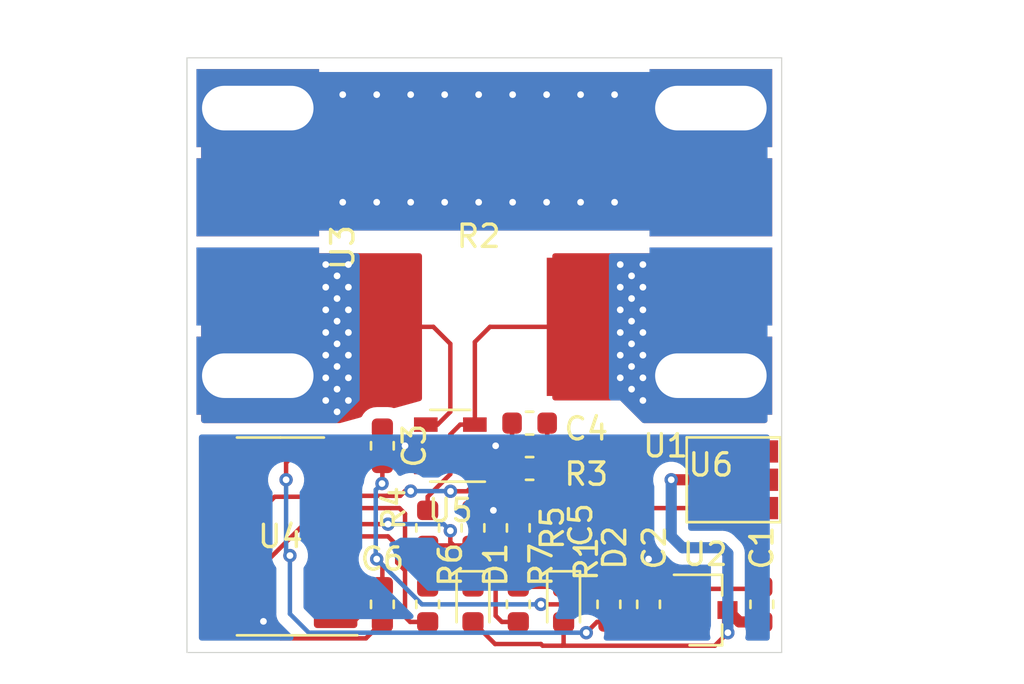
<source format=kicad_pcb>
(kicad_pcb (version 20171130) (host pcbnew "(5.1.6)-1")

  (general
    (thickness 1.6)
    (drawings 5)
    (tracks 215)
    (zones 0)
    (modules 21)
    (nets 22)
  )

  (page A4)
  (layers
    (0 F.Cu signal)
    (31 B.Cu signal)
    (32 B.Adhes user)
    (33 F.Adhes user)
    (34 B.Paste user)
    (35 F.Paste user)
    (36 B.SilkS user)
    (37 F.SilkS user)
    (38 B.Mask user)
    (39 F.Mask user)
    (40 Dwgs.User user)
    (41 Cmts.User user)
    (42 Eco1.User user)
    (43 Eco2.User user)
    (44 Edge.Cuts user)
    (45 Margin user)
    (46 B.CrtYd user)
    (47 F.CrtYd user)
    (48 B.Fab user)
    (49 F.Fab user)
  )

  (setup
    (last_trace_width 0.2)
    (trace_clearance 0.15)
    (zone_clearance 0.508)
    (zone_45_only no)
    (trace_min 0.2)
    (via_size 0.6)
    (via_drill 0.3)
    (via_min_size 0.6)
    (via_min_drill 0.3)
    (uvia_size 0.3)
    (uvia_drill 0.1)
    (uvias_allowed no)
    (uvia_min_size 0.2)
    (uvia_min_drill 0.1)
    (edge_width 0.05)
    (segment_width 0.2)
    (pcb_text_width 0.3)
    (pcb_text_size 1.5 1.5)
    (mod_edge_width 0.12)
    (mod_text_size 1 1)
    (mod_text_width 0.15)
    (pad_size 1.524 1.524)
    (pad_drill 0.762)
    (pad_to_mask_clearance 0.05)
    (aux_axis_origin 0 0)
    (visible_elements 7FFFFFFF)
    (pcbplotparams
      (layerselection 0x010fc_ffffffff)
      (usegerberextensions true)
      (usegerberattributes true)
      (usegerberadvancedattributes false)
      (creategerberjobfile false)
      (excludeedgelayer true)
      (linewidth 0.100000)
      (plotframeref false)
      (viasonmask false)
      (mode 1)
      (useauxorigin false)
      (hpglpennumber 1)
      (hpglpenspeed 20)
      (hpglpendiameter 15.000000)
      (psnegative false)
      (psa4output false)
      (plotreference true)
      (plotvalue false)
      (plotinvisibletext false)
      (padsonsilk true)
      (subtractmaskfromsilk false)
      (outputformat 1)
      (mirror false)
      (drillshape 0)
      (scaleselection 1)
      (outputdirectory "Gerber"))
  )

  (net 0 "")
  (net 1 +5V)
  (net 2 GND)
  (net 3 +3V3)
  (net 4 /+ESC)
  (net 5 /+Batt)
  (net 6 "Net-(U4-Pad2)")
  (net 7 "Net-(U4-Pad3)")
  (net 8 "Net-(U4-Pad6)")
  (net 9 /RxTx)
  (net 10 "Net-(U4-Pad8)")
  (net 11 "Net-(U4-Pad9)")
  (net 12 /UPDI)
  (net 13 /ADC_A)
  (net 14 /ADC_V)
  (net 15 "Net-(U4-Pad13)")
  (net 16 "Net-(D1-Pad1)")
  (net 17 "Net-(D2-Pad1)")
  (net 18 /SIG)
  (net 19 /LED1)
  (net 20 /LED2)
  (net 21 /-Batt)

  (net_class Default "This is the default net class."
    (clearance 0.15)
    (trace_width 0.2)
    (via_dia 0.6)
    (via_drill 0.3)
    (uvia_dia 0.3)
    (uvia_drill 0.1)
    (add_net +3V3)
    (add_net +5V)
    (add_net /+Batt)
    (add_net /+ESC)
    (add_net /-Batt)
    (add_net /ADC_A)
    (add_net /ADC_V)
    (add_net /LED1)
    (add_net /LED2)
    (add_net /RxTx)
    (add_net /SIG)
    (add_net /UPDI)
    (add_net GND)
    (add_net "Net-(D1-Pad1)")
    (add_net "Net-(D2-Pad1)")
    (add_net "Net-(U4-Pad13)")
    (add_net "Net-(U4-Pad2)")
    (add_net "Net-(U4-Pad3)")
    (add_net "Net-(U4-Pad6)")
    (add_net "Net-(U4-Pad8)")
    (add_net "Net-(U4-Pad9)")
  )

  (net_class 5V ""
    (clearance 0.15)
    (trace_width 0.5)
    (via_dia 0.6)
    (via_drill 0.3)
    (uvia_dia 0.3)
    (uvia_drill 0.1)
  )

  (module RC_Connector:MPX_male_lötpad (layer F.Cu) (tedit 5ED1798D) (tstamp 5ECE919F)
    (at 160.02 88.9)
    (path /5ECD17DE)
    (fp_text reference U6 (at 0 10) (layer F.SilkS)
      (effects (font (size 1 1) (thickness 0.15)))
    )
    (fp_text value MPX_female (at 0 -10) (layer F.Fab)
      (effects (font (size 1 1) (thickness 0.15)))
    )
    (fp_line (start 7 -4) (end 14 -4) (layer F.Fab) (width 0.12))
    (fp_line (start 7 4) (end 7 -4) (layer F.Fab) (width 0.12))
    (fp_line (start 14 4) (end 7 4) (layer F.Fab) (width 0.12))
    (fp_line (start 3 -8) (end 14 -8) (layer F.Fab) (width 0.12))
    (fp_line (start 14 -3.5) (end 14 -8) (layer F.Fab) (width 0.12))
    (fp_line (start 12 -3.5) (end 14 -3.5) (layer F.Fab) (width 0.12))
    (fp_line (start 12 3.5) (end 12 -3.5) (layer F.Fab) (width 0.12))
    (fp_line (start 14 3.5) (end 12 3.5) (layer F.Fab) (width 0.12))
    (fp_line (start 14 8) (end 14 3.5) (layer F.Fab) (width 0.12))
    (fp_line (start 3 8) (end 14 8) (layer F.Fab) (width 0.12))
    (fp_line (start 3 8) (end 3 -8) (layer F.Fab) (width 0.12))
    (fp_text user + (at 4 6) (layer F.Fab)
      (effects (font (size 1 1) (thickness 0.15)))
    )
    (pad 4 thru_hole rect (at 0 -6 90) (size 3.5 5.5) (drill oval 2 5) (layers *.Cu *.Mask)
      (net 21 /-Batt))
    (pad 5 smd rect (at 0 -2 90) (size 3.5 5.5) (layers F.Cu F.Paste F.Mask)
      (net 21 /-Batt))
    (pad 6 smd rect (at 0 -2 90) (size 3.5 5.5) (layers B.Cu B.Paste B.Mask)
      (net 21 /-Batt))
    (pad 2 smd rect (at 0 2 90) (size 3.5 5.5) (layers F.Cu F.Paste F.Mask)
      (net 5 /+Batt))
    (pad 1 thru_hole rect (at 0 6 90) (size 3.5 5.5) (drill oval 2 5) (layers *.Cu *.Mask)
      (net 5 /+Batt))
    (pad 3 smd rect (at 0 2 90) (size 3.5 5.5) (layers B.Cu B.Paste B.Mask)
      (net 5 /+Batt))
  )

  (module RC_Connector:MPX_female_lötpad (layer F.Cu) (tedit 5ED17952) (tstamp 5ECE9154)
    (at 139.7 88.9)
    (path /5ECCF366)
    (fp_text reference U3 (at 3.81 0.254 90) (layer F.SilkS)
      (effects (font (size 1 1) (thickness 0.15)))
    )
    (fp_text value MPX_male (at 0 -10) (layer F.Fab)
      (effects (font (size 1 1) (thickness 0.15)))
    )
    (fp_line (start -5 8) (end -5 4) (layer F.Fab) (width 0.12))
    (fp_line (start -5 -8) (end -5 -4) (layer F.Fab) (width 0.12))
    (fp_line (start -5 -4) (end -11.5 -4) (layer F.Fab) (width 0.12))
    (fp_line (start -5 4) (end -11.5 4) (layer F.Fab) (width 0.12))
    (fp_line (start -11.5 -7) (end -5 -7) (layer F.Fab) (width 0.12))
    (fp_line (start -11.5 7) (end -11.5 -7) (layer F.Fab) (width 0.12))
    (fp_line (start -5 7) (end -11.5 7) (layer F.Fab) (width 0.12))
    (fp_line (start -3 -8) (end -3 0) (layer F.Fab) (width 0.12))
    (fp_line (start -5 -8) (end -3 -8) (layer F.Fab) (width 0.12))
    (fp_line (start -3 8) (end -5 8) (layer F.Fab) (width 0.12))
    (fp_line (start -3 0) (end -3 8) (layer F.Fab) (width 0.12))
    (fp_text user + (at -4 6) (layer F.Fab)
      (effects (font (size 1 1) (thickness 0.15)))
    )
    (pad 4 thru_hole rect (at 0 -6 90) (size 3.5 5.5) (drill oval 2 5) (layers *.Cu *.Mask)
      (net 21 /-Batt))
    (pad 5 smd rect (at 0 -2 90) (size 3.5 5.5) (layers F.Cu F.Paste F.Mask)
      (net 21 /-Batt))
    (pad 6 smd rect (at 0 -2 90) (size 3.5 5.5) (layers B.Cu B.Paste B.Mask)
      (net 21 /-Batt))
    (pad 2 smd rect (at 0 2 90) (size 3.5 5.5) (layers F.Cu F.Paste F.Mask)
      (net 4 /+ESC))
    (pad 1 thru_hole rect (at 0 6 90) (size 3.5 5.5) (drill oval 2 5) (layers *.Cu *.Mask)
      (net 4 /+ESC))
    (pad 3 smd rect (at 0 2 90) (size 3.5 5.5) (layers B.Cu B.Paste B.Mask)
      (net 4 /+ESC))
  )

  (module Capacitor_SMD:C_0603_1608Metric (layer F.Cu) (tedit 5B301BBE) (tstamp 5ECF04DF)
    (at 162.306 105.156 90)
    (descr "Capacitor SMD 0603 (1608 Metric), square (rectangular) end terminal, IPC_7351 nominal, (Body size source: http://www.tortai-tech.com/upload/download/2011102023233369053.pdf), generated with kicad-footprint-generator")
    (tags capacitor)
    (path /5ECC4FE7)
    (attr smd)
    (fp_text reference C1 (at 2.54 0 90) (layer F.SilkS)
      (effects (font (size 1 1) (thickness 0.15)))
    )
    (fp_text value 1µF (at 0 1.43 90) (layer F.Fab)
      (effects (font (size 1 1) (thickness 0.15)))
    )
    (fp_line (start 1.48 0.73) (end -1.48 0.73) (layer F.CrtYd) (width 0.05))
    (fp_line (start 1.48 -0.73) (end 1.48 0.73) (layer F.CrtYd) (width 0.05))
    (fp_line (start -1.48 -0.73) (end 1.48 -0.73) (layer F.CrtYd) (width 0.05))
    (fp_line (start -1.48 0.73) (end -1.48 -0.73) (layer F.CrtYd) (width 0.05))
    (fp_line (start -0.162779 0.51) (end 0.162779 0.51) (layer F.SilkS) (width 0.12))
    (fp_line (start -0.162779 -0.51) (end 0.162779 -0.51) (layer F.SilkS) (width 0.12))
    (fp_line (start 0.8 0.4) (end -0.8 0.4) (layer F.Fab) (width 0.1))
    (fp_line (start 0.8 -0.4) (end 0.8 0.4) (layer F.Fab) (width 0.1))
    (fp_line (start -0.8 -0.4) (end 0.8 -0.4) (layer F.Fab) (width 0.1))
    (fp_line (start -0.8 0.4) (end -0.8 -0.4) (layer F.Fab) (width 0.1))
    (fp_text user %R (at 0 0 90) (layer F.Fab)
      (effects (font (size 0.4 0.4) (thickness 0.06)))
    )
    (pad 1 smd roundrect (at -0.7875 0 90) (size 0.875 0.95) (layers F.Cu F.Paste F.Mask) (roundrect_rratio 0.25)
      (net 1 +5V))
    (pad 2 smd roundrect (at 0.7875 0 90) (size 0.875 0.95) (layers F.Cu F.Paste F.Mask) (roundrect_rratio 0.25)
      (net 2 GND))
    (model ${KISYS3DMOD}/Capacitor_SMD.3dshapes/C_0603_1608Metric.wrl
      (at (xyz 0 0 0))
      (scale (xyz 1 1 1))
      (rotate (xyz 0 0 0))
    )
  )

  (module Capacitor_SMD:C_0603_1608Metric (layer F.Cu) (tedit 5B301BBE) (tstamp 5ECEEDC2)
    (at 145.288 105.156 270)
    (descr "Capacitor SMD 0603 (1608 Metric), square (rectangular) end terminal, IPC_7351 nominal, (Body size source: http://www.tortai-tech.com/upload/download/2011102023233369053.pdf), generated with kicad-footprint-generator")
    (tags capacitor)
    (path /5ED21C2E)
    (attr smd)
    (fp_text reference C6 (at -2.032 0) (layer F.SilkS)
      (effects (font (size 1 1) (thickness 0.15)))
    )
    (fp_text value 100n (at 0 1.43 270) (layer F.Fab)
      (effects (font (size 1 1) (thickness 0.15)))
    )
    (fp_line (start 1.48 0.73) (end -1.48 0.73) (layer F.CrtYd) (width 0.05))
    (fp_line (start 1.48 -0.73) (end 1.48 0.73) (layer F.CrtYd) (width 0.05))
    (fp_line (start -1.48 -0.73) (end 1.48 -0.73) (layer F.CrtYd) (width 0.05))
    (fp_line (start -1.48 0.73) (end -1.48 -0.73) (layer F.CrtYd) (width 0.05))
    (fp_line (start -0.162779 0.51) (end 0.162779 0.51) (layer F.SilkS) (width 0.12))
    (fp_line (start -0.162779 -0.51) (end 0.162779 -0.51) (layer F.SilkS) (width 0.12))
    (fp_line (start 0.8 0.4) (end -0.8 0.4) (layer F.Fab) (width 0.1))
    (fp_line (start 0.8 -0.4) (end 0.8 0.4) (layer F.Fab) (width 0.1))
    (fp_line (start -0.8 -0.4) (end 0.8 -0.4) (layer F.Fab) (width 0.1))
    (fp_line (start -0.8 0.4) (end -0.8 -0.4) (layer F.Fab) (width 0.1))
    (fp_text user %R (at 0 0 270) (layer F.Fab)
      (effects (font (size 0.4 0.4) (thickness 0.06)))
    )
    (pad 2 smd roundrect (at 0.7875 0 270) (size 0.875 0.95) (layers F.Cu F.Paste F.Mask) (roundrect_rratio 0.25)
      (net 2 GND))
    (pad 1 smd roundrect (at -0.7875 0 270) (size 0.875 0.95) (layers F.Cu F.Paste F.Mask) (roundrect_rratio 0.25)
      (net 3 +3V3))
    (model ${KISYS3DMOD}/Capacitor_SMD.3dshapes/C_0603_1608Metric.wrl
      (at (xyz 0 0 0))
      (scale (xyz 1 1 1))
      (rotate (xyz 0 0 0))
    )
  )

  (module Isabellenhütte:BVS (layer F.Cu) (tedit 5ECEBA17) (tstamp 5ECEDA65)
    (at 149.86 92.71)
    (path /5ECD6403)
    (fp_text reference R2 (at -0.254 -4.064) (layer F.SilkS)
      (effects (font (size 1 1) (thickness 0.15)))
    )
    (fp_text value R0002 (at 0 0) (layer F.Fab)
      (effects (font (size 1 1) (thickness 0.15)))
    )
    (fp_line (start 2.286 -3.302) (end 2.286 3.302) (layer F.Fab) (width 0.12))
    (fp_line (start -2.286 -3.302) (end -2.286 3.302) (layer F.Fab) (width 0.12))
    (fp_line (start 5.588 -3.302) (end -5.588 -3.302) (layer F.Fab) (width 0.12))
    (fp_line (start 5.588 3.302) (end 5.588 -3.302) (layer F.Fab) (width 0.12))
    (fp_line (start -5.588 3.302) (end 5.588 3.302) (layer F.Fab) (width 0.12))
    (fp_line (start -5.588 -3.302) (end -5.588 3.302) (layer F.Fab) (width 0.12))
    (pad 2 smd rect (at 4.15 0) (size 2.7 6.2) (layers F.Cu F.Paste F.Mask)
      (net 5 /+Batt))
    (pad 1 smd rect (at -4.15 0) (size 2.7 6.2) (layers F.Cu F.Paste F.Mask)
      (net 4 /+ESC))
  )

  (module Resistor_SMD:R_0603_1608Metric (layer F.Cu) (tedit 5B301BBD) (tstamp 5ED16BA6)
    (at 151.384 105.156 270)
    (descr "Resistor SMD 0603 (1608 Metric), square (rectangular) end terminal, IPC_7351 nominal, (Body size source: http://www.tortai-tech.com/upload/download/2011102023233369053.pdf), generated with kicad-footprint-generator")
    (tags resistor)
    (path /5ECFF3DB)
    (attr smd)
    (fp_text reference R7 (at -1.778 -1.016 90) (layer F.SilkS)
      (effects (font (size 1 1) (thickness 0.15)))
    )
    (fp_text value R (at 0 1.43 90) (layer F.Fab)
      (effects (font (size 1 1) (thickness 0.15)))
    )
    (fp_line (start 1.48 0.73) (end -1.48 0.73) (layer F.CrtYd) (width 0.05))
    (fp_line (start 1.48 -0.73) (end 1.48 0.73) (layer F.CrtYd) (width 0.05))
    (fp_line (start -1.48 -0.73) (end 1.48 -0.73) (layer F.CrtYd) (width 0.05))
    (fp_line (start -1.48 0.73) (end -1.48 -0.73) (layer F.CrtYd) (width 0.05))
    (fp_line (start -0.162779 0.51) (end 0.162779 0.51) (layer F.SilkS) (width 0.12))
    (fp_line (start -0.162779 -0.51) (end 0.162779 -0.51) (layer F.SilkS) (width 0.12))
    (fp_line (start 0.8 0.4) (end -0.8 0.4) (layer F.Fab) (width 0.1))
    (fp_line (start 0.8 -0.4) (end 0.8 0.4) (layer F.Fab) (width 0.1))
    (fp_line (start -0.8 -0.4) (end 0.8 -0.4) (layer F.Fab) (width 0.1))
    (fp_line (start -0.8 0.4) (end -0.8 -0.4) (layer F.Fab) (width 0.1))
    (fp_text user %R (at 0 0 90) (layer F.Fab)
      (effects (font (size 0.4 0.4) (thickness 0.06)))
    )
    (pad 2 smd roundrect (at 0.7875 0 270) (size 0.875 0.95) (layers F.Cu F.Paste F.Mask) (roundrect_rratio 0.25)
      (net 20 /LED2))
    (pad 1 smd roundrect (at -0.7875 0 270) (size 0.875 0.95) (layers F.Cu F.Paste F.Mask) (roundrect_rratio 0.25)
      (net 17 "Net-(D2-Pad1)"))
    (model ${KISYS3DMOD}/Resistor_SMD.3dshapes/R_0603_1608Metric.wrl
      (at (xyz 0 0 0))
      (scale (xyz 1 1 1))
      (rotate (xyz 0 0 0))
    )
  )

  (module Resistor_SMD:R_0603_1608Metric (layer F.Cu) (tedit 5B301BBD) (tstamp 5ECEE5E4)
    (at 147.32 105.156 90)
    (descr "Resistor SMD 0603 (1608 Metric), square (rectangular) end terminal, IPC_7351 nominal, (Body size source: http://www.tortai-tech.com/upload/download/2011102023233369053.pdf), generated with kicad-footprint-generator")
    (tags resistor)
    (path /5ECFF7D0)
    (attr smd)
    (fp_text reference R6 (at 1.778 1.016 90) (layer F.SilkS)
      (effects (font (size 1 1) (thickness 0.15)))
    )
    (fp_text value R (at 0 1.43 90) (layer F.Fab)
      (effects (font (size 1 1) (thickness 0.15)))
    )
    (fp_line (start 1.48 0.73) (end -1.48 0.73) (layer F.CrtYd) (width 0.05))
    (fp_line (start 1.48 -0.73) (end 1.48 0.73) (layer F.CrtYd) (width 0.05))
    (fp_line (start -1.48 -0.73) (end 1.48 -0.73) (layer F.CrtYd) (width 0.05))
    (fp_line (start -1.48 0.73) (end -1.48 -0.73) (layer F.CrtYd) (width 0.05))
    (fp_line (start -0.162779 0.51) (end 0.162779 0.51) (layer F.SilkS) (width 0.12))
    (fp_line (start -0.162779 -0.51) (end 0.162779 -0.51) (layer F.SilkS) (width 0.12))
    (fp_line (start 0.8 0.4) (end -0.8 0.4) (layer F.Fab) (width 0.1))
    (fp_line (start 0.8 -0.4) (end 0.8 0.4) (layer F.Fab) (width 0.1))
    (fp_line (start -0.8 -0.4) (end 0.8 -0.4) (layer F.Fab) (width 0.1))
    (fp_line (start -0.8 0.4) (end -0.8 -0.4) (layer F.Fab) (width 0.1))
    (fp_text user %R (at 0 0 90) (layer F.Fab)
      (effects (font (size 0.4 0.4) (thickness 0.06)))
    )
    (pad 2 smd roundrect (at 0.7875 0 90) (size 0.875 0.95) (layers F.Cu F.Paste F.Mask) (roundrect_rratio 0.25)
      (net 16 "Net-(D1-Pad1)"))
    (pad 1 smd roundrect (at -0.7875 0 90) (size 0.875 0.95) (layers F.Cu F.Paste F.Mask) (roundrect_rratio 0.25)
      (net 19 /LED1))
    (model ${KISYS3DMOD}/Resistor_SMD.3dshapes/R_0603_1608Metric.wrl
      (at (xyz 0 0 0))
      (scale (xyz 1 1 1))
      (rotate (xyz 0 0 0))
    )
  )

  (module LED_SMD:LED_0603_1608Metric (layer F.Cu) (tedit 5B301BBE) (tstamp 5ECEBBFA)
    (at 153.416 105.156 270)
    (descr "LED SMD 0603 (1608 Metric), square (rectangular) end terminal, IPC_7351 nominal, (Body size source: http://www.tortai-tech.com/upload/download/2011102023233369053.pdf), generated with kicad-footprint-generator")
    (tags diode)
    (path /5ED024E6)
    (attr smd)
    (fp_text reference D2 (at -2.54 -2.286 90) (layer F.SilkS)
      (effects (font (size 1 1) (thickness 0.15)))
    )
    (fp_text value LED (at 0 1.43 90) (layer F.Fab)
      (effects (font (size 1 1) (thickness 0.15)))
    )
    (fp_line (start 1.48 0.73) (end -1.48 0.73) (layer F.CrtYd) (width 0.05))
    (fp_line (start 1.48 -0.73) (end 1.48 0.73) (layer F.CrtYd) (width 0.05))
    (fp_line (start -1.48 -0.73) (end 1.48 -0.73) (layer F.CrtYd) (width 0.05))
    (fp_line (start -1.48 0.73) (end -1.48 -0.73) (layer F.CrtYd) (width 0.05))
    (fp_line (start -1.485 0.735) (end 0.8 0.735) (layer F.SilkS) (width 0.12))
    (fp_line (start -1.485 -0.735) (end -1.485 0.735) (layer F.SilkS) (width 0.12))
    (fp_line (start 0.8 -0.735) (end -1.485 -0.735) (layer F.SilkS) (width 0.12))
    (fp_line (start 0.8 0.4) (end 0.8 -0.4) (layer F.Fab) (width 0.1))
    (fp_line (start -0.8 0.4) (end 0.8 0.4) (layer F.Fab) (width 0.1))
    (fp_line (start -0.8 -0.1) (end -0.8 0.4) (layer F.Fab) (width 0.1))
    (fp_line (start -0.5 -0.4) (end -0.8 -0.1) (layer F.Fab) (width 0.1))
    (fp_line (start 0.8 -0.4) (end -0.5 -0.4) (layer F.Fab) (width 0.1))
    (fp_text user %R (at 0 0 90) (layer F.Fab)
      (effects (font (size 0.4 0.4) (thickness 0.06)))
    )
    (pad 2 smd roundrect (at 0.7875 0 270) (size 0.875 0.95) (layers F.Cu F.Paste F.Mask) (roundrect_rratio 0.25)
      (net 1 +5V))
    (pad 1 smd roundrect (at -0.7875 0 270) (size 0.875 0.95) (layers F.Cu F.Paste F.Mask) (roundrect_rratio 0.25)
      (net 17 "Net-(D2-Pad1)"))
    (model ${KISYS3DMOD}/LED_SMD.3dshapes/LED_0603_1608Metric.wrl
      (at (xyz 0 0 0))
      (scale (xyz 1 1 1))
      (rotate (xyz 0 0 0))
    )
  )

  (module LED_SMD:LED_0603_1608Metric (layer F.Cu) (tedit 5B301BBE) (tstamp 5ED16B41)
    (at 149.352 105.156 270)
    (descr "LED SMD 0603 (1608 Metric), square (rectangular) end terminal, IPC_7351 nominal, (Body size source: http://www.tortai-tech.com/upload/download/2011102023233369053.pdf), generated with kicad-footprint-generator")
    (tags diode)
    (path /5ED00C25)
    (attr smd)
    (fp_text reference D1 (at -1.778 -1.016 90) (layer F.SilkS)
      (effects (font (size 1 1) (thickness 0.15)))
    )
    (fp_text value LED (at 0 1.43 90) (layer F.Fab)
      (effects (font (size 1 1) (thickness 0.15)))
    )
    (fp_line (start 1.48 0.73) (end -1.48 0.73) (layer F.CrtYd) (width 0.05))
    (fp_line (start 1.48 -0.73) (end 1.48 0.73) (layer F.CrtYd) (width 0.05))
    (fp_line (start -1.48 -0.73) (end 1.48 -0.73) (layer F.CrtYd) (width 0.05))
    (fp_line (start -1.48 0.73) (end -1.48 -0.73) (layer F.CrtYd) (width 0.05))
    (fp_line (start -1.485 0.735) (end 0.8 0.735) (layer F.SilkS) (width 0.12))
    (fp_line (start -1.485 -0.735) (end -1.485 0.735) (layer F.SilkS) (width 0.12))
    (fp_line (start 0.8 -0.735) (end -1.485 -0.735) (layer F.SilkS) (width 0.12))
    (fp_line (start 0.8 0.4) (end 0.8 -0.4) (layer F.Fab) (width 0.1))
    (fp_line (start -0.8 0.4) (end 0.8 0.4) (layer F.Fab) (width 0.1))
    (fp_line (start -0.8 -0.1) (end -0.8 0.4) (layer F.Fab) (width 0.1))
    (fp_line (start -0.5 -0.4) (end -0.8 -0.1) (layer F.Fab) (width 0.1))
    (fp_line (start 0.8 -0.4) (end -0.5 -0.4) (layer F.Fab) (width 0.1))
    (fp_text user %R (at 0 0 90) (layer F.Fab)
      (effects (font (size 0.4 0.4) (thickness 0.06)))
    )
    (pad 2 smd roundrect (at 0.7875 0 270) (size 0.875 0.95) (layers F.Cu F.Paste F.Mask) (roundrect_rratio 0.25)
      (net 1 +5V))
    (pad 1 smd roundrect (at -0.7875 0 270) (size 0.875 0.95) (layers F.Cu F.Paste F.Mask) (roundrect_rratio 0.25)
      (net 16 "Net-(D1-Pad1)"))
    (model ${KISYS3DMOD}/LED_SMD.3dshapes/LED_0603_1608Metric.wrl
      (at (xyz 0 0 0))
      (scale (xyz 1 1 1))
      (rotate (xyz 0 0 0))
    )
  )

  (module Resistor_SMD:R_0603_1608Metric (layer F.Cu) (tedit 5B301BBD) (tstamp 5ECEA8E3)
    (at 149.352 101.727 90)
    (descr "Resistor SMD 0603 (1608 Metric), square (rectangular) end terminal, IPC_7351 nominal, (Body size source: http://www.tortai-tech.com/upload/download/2011102023233369053.pdf), generated with kicad-footprint-generator")
    (tags resistor)
    (path /5ECDD7D0)
    (attr smd)
    (fp_text reference R5 (at 0 3.556 90) (layer F.SilkS)
      (effects (font (size 1 1) (thickness 0.15)))
    )
    (fp_text value R (at 0 1.43 90) (layer F.Fab)
      (effects (font (size 1 1) (thickness 0.15)))
    )
    (fp_line (start 1.48 0.73) (end -1.48 0.73) (layer F.CrtYd) (width 0.05))
    (fp_line (start 1.48 -0.73) (end 1.48 0.73) (layer F.CrtYd) (width 0.05))
    (fp_line (start -1.48 -0.73) (end 1.48 -0.73) (layer F.CrtYd) (width 0.05))
    (fp_line (start -1.48 0.73) (end -1.48 -0.73) (layer F.CrtYd) (width 0.05))
    (fp_line (start -0.162779 0.51) (end 0.162779 0.51) (layer F.SilkS) (width 0.12))
    (fp_line (start -0.162779 -0.51) (end 0.162779 -0.51) (layer F.SilkS) (width 0.12))
    (fp_line (start 0.8 0.4) (end -0.8 0.4) (layer F.Fab) (width 0.1))
    (fp_line (start 0.8 -0.4) (end 0.8 0.4) (layer F.Fab) (width 0.1))
    (fp_line (start -0.8 -0.4) (end 0.8 -0.4) (layer F.Fab) (width 0.1))
    (fp_line (start -0.8 0.4) (end -0.8 -0.4) (layer F.Fab) (width 0.1))
    (fp_text user %R (at 0 0 90) (layer F.Fab)
      (effects (font (size 0.4 0.4) (thickness 0.06)))
    )
    (pad 2 smd roundrect (at 0.7875 0 90) (size 0.875 0.95) (layers F.Cu F.Paste F.Mask) (roundrect_rratio 0.25)
      (net 2 GND))
    (pad 1 smd roundrect (at -0.7875 0 90) (size 0.875 0.95) (layers F.Cu F.Paste F.Mask) (roundrect_rratio 0.25)
      (net 14 /ADC_V))
    (model ${KISYS3DMOD}/Resistor_SMD.3dshapes/R_0603_1608Metric.wrl
      (at (xyz 0 0 0))
      (scale (xyz 1 1 1))
      (rotate (xyz 0 0 0))
    )
  )

  (module Resistor_SMD:R_0603_1608Metric (layer F.Cu) (tedit 5B301BBD) (tstamp 5ECEE81E)
    (at 147.32 101.727 270)
    (descr "Resistor SMD 0603 (1608 Metric), square (rectangular) end terminal, IPC_7351 nominal, (Body size source: http://www.tortai-tech.com/upload/download/2011102023233369053.pdf), generated with kicad-footprint-generator")
    (tags resistor)
    (path /5ECDD0E9)
    (attr smd)
    (fp_text reference R4 (at -0.889 1.524 90) (layer F.SilkS)
      (effects (font (size 1 1) (thickness 0.15)))
    )
    (fp_text value R (at 0 1.43 90) (layer F.Fab)
      (effects (font (size 1 1) (thickness 0.15)))
    )
    (fp_line (start 1.48 0.73) (end -1.48 0.73) (layer F.CrtYd) (width 0.05))
    (fp_line (start 1.48 -0.73) (end 1.48 0.73) (layer F.CrtYd) (width 0.05))
    (fp_line (start -1.48 -0.73) (end 1.48 -0.73) (layer F.CrtYd) (width 0.05))
    (fp_line (start -1.48 0.73) (end -1.48 -0.73) (layer F.CrtYd) (width 0.05))
    (fp_line (start -0.162779 0.51) (end 0.162779 0.51) (layer F.SilkS) (width 0.12))
    (fp_line (start -0.162779 -0.51) (end 0.162779 -0.51) (layer F.SilkS) (width 0.12))
    (fp_line (start 0.8 0.4) (end -0.8 0.4) (layer F.Fab) (width 0.1))
    (fp_line (start 0.8 -0.4) (end 0.8 0.4) (layer F.Fab) (width 0.1))
    (fp_line (start -0.8 -0.4) (end 0.8 -0.4) (layer F.Fab) (width 0.1))
    (fp_line (start -0.8 0.4) (end -0.8 -0.4) (layer F.Fab) (width 0.1))
    (fp_text user %R (at 0 0 90) (layer F.Fab)
      (effects (font (size 0.4 0.4) (thickness 0.06)))
    )
    (pad 2 smd roundrect (at 0.7875 0 270) (size 0.875 0.95) (layers F.Cu F.Paste F.Mask) (roundrect_rratio 0.25)
      (net 14 /ADC_V))
    (pad 1 smd roundrect (at -0.7875 0 270) (size 0.875 0.95) (layers F.Cu F.Paste F.Mask) (roundrect_rratio 0.25)
      (net 5 /+Batt))
    (model ${KISYS3DMOD}/Resistor_SMD.3dshapes/R_0603_1608Metric.wrl
      (at (xyz 0 0 0))
      (scale (xyz 1 1 1))
      (rotate (xyz 0 0 0))
    )
  )

  (module Resistor_SMD:R_0603_1608Metric (layer F.Cu) (tedit 5B301BBD) (tstamp 5ECEA8C1)
    (at 151.892 99.06)
    (descr "Resistor SMD 0603 (1608 Metric), square (rectangular) end terminal, IPC_7351 nominal, (Body size source: http://www.tortai-tech.com/upload/download/2011102023233369053.pdf), generated with kicad-footprint-generator")
    (tags resistor)
    (path /5ECE79CB)
    (attr smd)
    (fp_text reference R3 (at 2.54 0.254) (layer F.SilkS)
      (effects (font (size 1 1) (thickness 0.15)))
    )
    (fp_text value R (at 0 1.43) (layer F.Fab)
      (effects (font (size 1 1) (thickness 0.15)))
    )
    (fp_line (start 1.48 0.73) (end -1.48 0.73) (layer F.CrtYd) (width 0.05))
    (fp_line (start 1.48 -0.73) (end 1.48 0.73) (layer F.CrtYd) (width 0.05))
    (fp_line (start -1.48 -0.73) (end 1.48 -0.73) (layer F.CrtYd) (width 0.05))
    (fp_line (start -1.48 0.73) (end -1.48 -0.73) (layer F.CrtYd) (width 0.05))
    (fp_line (start -0.162779 0.51) (end 0.162779 0.51) (layer F.SilkS) (width 0.12))
    (fp_line (start -0.162779 -0.51) (end 0.162779 -0.51) (layer F.SilkS) (width 0.12))
    (fp_line (start 0.8 0.4) (end -0.8 0.4) (layer F.Fab) (width 0.1))
    (fp_line (start 0.8 -0.4) (end 0.8 0.4) (layer F.Fab) (width 0.1))
    (fp_line (start -0.8 -0.4) (end 0.8 -0.4) (layer F.Fab) (width 0.1))
    (fp_line (start -0.8 0.4) (end -0.8 -0.4) (layer F.Fab) (width 0.1))
    (fp_text user %R (at 0 0) (layer F.Fab)
      (effects (font (size 0.4 0.4) (thickness 0.06)))
    )
    (pad 2 smd roundrect (at 0.7875 0) (size 0.875 0.95) (layers F.Cu F.Paste F.Mask) (roundrect_rratio 0.25)
      (net 2 GND))
    (pad 1 smd roundrect (at -0.7875 0) (size 0.875 0.95) (layers F.Cu F.Paste F.Mask) (roundrect_rratio 0.25)
      (net 13 /ADC_A))
    (model ${KISYS3DMOD}/Resistor_SMD.3dshapes/R_0603_1608Metric.wrl
      (at (xyz 0 0 0))
      (scale (xyz 1 1 1))
      (rotate (xyz 0 0 0))
    )
  )

  (module Resistor_SMD:R_0603_1608Metric (layer F.Cu) (tedit 5B301BBD) (tstamp 5ECEA890)
    (at 155.448 105.156 90)
    (descr "Resistor SMD 0603 (1608 Metric), square (rectangular) end terminal, IPC_7351 nominal, (Body size source: http://www.tortai-tech.com/upload/download/2011102023233369053.pdf), generated with kicad-footprint-generator")
    (tags resistor)
    (path /5ECD96C3)
    (attr smd)
    (fp_text reference R1 (at 2.032 -1.016 90) (layer F.SilkS)
      (effects (font (size 1 1) (thickness 0.15)))
    )
    (fp_text value 100R (at 0 1.43 90) (layer F.Fab)
      (effects (font (size 1 1) (thickness 0.15)))
    )
    (fp_line (start 1.48 0.73) (end -1.48 0.73) (layer F.CrtYd) (width 0.05))
    (fp_line (start 1.48 -0.73) (end 1.48 0.73) (layer F.CrtYd) (width 0.05))
    (fp_line (start -1.48 -0.73) (end 1.48 -0.73) (layer F.CrtYd) (width 0.05))
    (fp_line (start -1.48 0.73) (end -1.48 -0.73) (layer F.CrtYd) (width 0.05))
    (fp_line (start -0.162779 0.51) (end 0.162779 0.51) (layer F.SilkS) (width 0.12))
    (fp_line (start -0.162779 -0.51) (end 0.162779 -0.51) (layer F.SilkS) (width 0.12))
    (fp_line (start 0.8 0.4) (end -0.8 0.4) (layer F.Fab) (width 0.1))
    (fp_line (start 0.8 -0.4) (end 0.8 0.4) (layer F.Fab) (width 0.1))
    (fp_line (start -0.8 -0.4) (end 0.8 -0.4) (layer F.Fab) (width 0.1))
    (fp_line (start -0.8 0.4) (end -0.8 -0.4) (layer F.Fab) (width 0.1))
    (fp_text user %R (at 0 0 90) (layer F.Fab)
      (effects (font (size 0.4 0.4) (thickness 0.06)))
    )
    (pad 2 smd roundrect (at 0.7875 0 90) (size 0.875 0.95) (layers F.Cu F.Paste F.Mask) (roundrect_rratio 0.25)
      (net 18 /SIG))
    (pad 1 smd roundrect (at -0.7875 0 90) (size 0.875 0.95) (layers F.Cu F.Paste F.Mask) (roundrect_rratio 0.25)
      (net 9 /RxTx))
    (model ${KISYS3DMOD}/Resistor_SMD.3dshapes/R_0603_1608Metric.wrl
      (at (xyz 0 0 0))
      (scale (xyz 1 1 1))
      (rotate (xyz 0 0 0))
    )
  )

  (module Capacitor_SMD:C_0603_1608Metric (layer F.Cu) (tedit 5B301BBE) (tstamp 5ECEA87F)
    (at 151.384 101.727 90)
    (descr "Capacitor SMD 0603 (1608 Metric), square (rectangular) end terminal, IPC_7351 nominal, (Body size source: http://www.tortai-tech.com/upload/download/2011102023233369053.pdf), generated with kicad-footprint-generator")
    (tags capacitor)
    (path /5ECDE179)
    (attr smd)
    (fp_text reference C5 (at 0.127 2.794 90) (layer F.SilkS)
      (effects (font (size 1 1) (thickness 0.15)))
    )
    (fp_text value C (at 0 1.43 90) (layer F.Fab)
      (effects (font (size 1 1) (thickness 0.15)))
    )
    (fp_line (start 1.48 0.73) (end -1.48 0.73) (layer F.CrtYd) (width 0.05))
    (fp_line (start 1.48 -0.73) (end 1.48 0.73) (layer F.CrtYd) (width 0.05))
    (fp_line (start -1.48 -0.73) (end 1.48 -0.73) (layer F.CrtYd) (width 0.05))
    (fp_line (start -1.48 0.73) (end -1.48 -0.73) (layer F.CrtYd) (width 0.05))
    (fp_line (start -0.162779 0.51) (end 0.162779 0.51) (layer F.SilkS) (width 0.12))
    (fp_line (start -0.162779 -0.51) (end 0.162779 -0.51) (layer F.SilkS) (width 0.12))
    (fp_line (start 0.8 0.4) (end -0.8 0.4) (layer F.Fab) (width 0.1))
    (fp_line (start 0.8 -0.4) (end 0.8 0.4) (layer F.Fab) (width 0.1))
    (fp_line (start -0.8 -0.4) (end 0.8 -0.4) (layer F.Fab) (width 0.1))
    (fp_line (start -0.8 0.4) (end -0.8 -0.4) (layer F.Fab) (width 0.1))
    (fp_text user %R (at 0 0 90) (layer F.Fab)
      (effects (font (size 0.4 0.4) (thickness 0.06)))
    )
    (pad 2 smd roundrect (at 0.7875 0 90) (size 0.875 0.95) (layers F.Cu F.Paste F.Mask) (roundrect_rratio 0.25)
      (net 2 GND))
    (pad 1 smd roundrect (at -0.7875 0 90) (size 0.875 0.95) (layers F.Cu F.Paste F.Mask) (roundrect_rratio 0.25)
      (net 14 /ADC_V))
    (model ${KISYS3DMOD}/Capacitor_SMD.3dshapes/C_0603_1608Metric.wrl
      (at (xyz 0 0 0))
      (scale (xyz 1 1 1))
      (rotate (xyz 0 0 0))
    )
  )

  (module Capacitor_SMD:C_0603_1608Metric (layer F.Cu) (tedit 5B301BBE) (tstamp 5ECEA86E)
    (at 151.892 97.028)
    (descr "Capacitor SMD 0603 (1608 Metric), square (rectangular) end terminal, IPC_7351 nominal, (Body size source: http://www.tortai-tech.com/upload/download/2011102023233369053.pdf), generated with kicad-footprint-generator")
    (tags capacitor)
    (path /5ECE6E4B)
    (attr smd)
    (fp_text reference C4 (at 2.54 0.254) (layer F.SilkS)
      (effects (font (size 1 1) (thickness 0.15)))
    )
    (fp_text value C (at 0 1.43) (layer F.Fab)
      (effects (font (size 1 1) (thickness 0.15)))
    )
    (fp_line (start 1.48 0.73) (end -1.48 0.73) (layer F.CrtYd) (width 0.05))
    (fp_line (start 1.48 -0.73) (end 1.48 0.73) (layer F.CrtYd) (width 0.05))
    (fp_line (start -1.48 -0.73) (end 1.48 -0.73) (layer F.CrtYd) (width 0.05))
    (fp_line (start -1.48 0.73) (end -1.48 -0.73) (layer F.CrtYd) (width 0.05))
    (fp_line (start -0.162779 0.51) (end 0.162779 0.51) (layer F.SilkS) (width 0.12))
    (fp_line (start -0.162779 -0.51) (end 0.162779 -0.51) (layer F.SilkS) (width 0.12))
    (fp_line (start 0.8 0.4) (end -0.8 0.4) (layer F.Fab) (width 0.1))
    (fp_line (start 0.8 -0.4) (end 0.8 0.4) (layer F.Fab) (width 0.1))
    (fp_line (start -0.8 -0.4) (end 0.8 -0.4) (layer F.Fab) (width 0.1))
    (fp_line (start -0.8 0.4) (end -0.8 -0.4) (layer F.Fab) (width 0.1))
    (fp_text user %R (at -2.0575 0) (layer F.Fab)
      (effects (font (size 0.4 0.4) (thickness 0.06)))
    )
    (pad 2 smd roundrect (at 0.7875 0) (size 0.875 0.95) (layers F.Cu F.Paste F.Mask) (roundrect_rratio 0.25)
      (net 2 GND))
    (pad 1 smd roundrect (at -0.7875 0) (size 0.875 0.95) (layers F.Cu F.Paste F.Mask) (roundrect_rratio 0.25)
      (net 13 /ADC_A))
    (model ${KISYS3DMOD}/Capacitor_SMD.3dshapes/C_0603_1608Metric.wrl
      (at (xyz 0 0 0))
      (scale (xyz 1 1 1))
      (rotate (xyz 0 0 0))
    )
  )

  (module Capacitor_SMD:C_0603_1608Metric (layer F.Cu) (tedit 5B301BBE) (tstamp 5ECE90FC)
    (at 157.226 105.156 90)
    (descr "Capacitor SMD 0603 (1608 Metric), square (rectangular) end terminal, IPC_7351 nominal, (Body size source: http://www.tortai-tech.com/upload/download/2011102023233369053.pdf), generated with kicad-footprint-generator")
    (tags capacitor)
    (path /5ECC57FA)
    (attr smd)
    (fp_text reference C2 (at 2.54 0.254 90) (layer F.SilkS)
      (effects (font (size 1 1) (thickness 0.15)))
    )
    (fp_text value 1µF (at 0 1.43 90) (layer F.Fab)
      (effects (font (size 1 1) (thickness 0.15)))
    )
    (fp_line (start -0.8 0.4) (end -0.8 -0.4) (layer F.Fab) (width 0.1))
    (fp_line (start -0.8 -0.4) (end 0.8 -0.4) (layer F.Fab) (width 0.1))
    (fp_line (start 0.8 -0.4) (end 0.8 0.4) (layer F.Fab) (width 0.1))
    (fp_line (start 0.8 0.4) (end -0.8 0.4) (layer F.Fab) (width 0.1))
    (fp_line (start -0.162779 -0.51) (end 0.162779 -0.51) (layer F.SilkS) (width 0.12))
    (fp_line (start -0.162779 0.51) (end 0.162779 0.51) (layer F.SilkS) (width 0.12))
    (fp_line (start -1.48 0.73) (end -1.48 -0.73) (layer F.CrtYd) (width 0.05))
    (fp_line (start -1.48 -0.73) (end 1.48 -0.73) (layer F.CrtYd) (width 0.05))
    (fp_line (start 1.48 -0.73) (end 1.48 0.73) (layer F.CrtYd) (width 0.05))
    (fp_line (start 1.48 0.73) (end -1.48 0.73) (layer F.CrtYd) (width 0.05))
    (fp_text user %R (at 0 0 90) (layer F.Fab)
      (effects (font (size 0.4 0.4) (thickness 0.06)))
    )
    (pad 2 smd roundrect (at 0.7875 0 90) (size 0.875 0.95) (layers F.Cu F.Paste F.Mask) (roundrect_rratio 0.25)
      (net 2 GND))
    (pad 1 smd roundrect (at -0.7875 0 90) (size 0.875 0.95) (layers F.Cu F.Paste F.Mask) (roundrect_rratio 0.25)
      (net 3 +3V3))
    (model ${KISYS3DMOD}/Capacitor_SMD.3dshapes/C_0603_1608Metric.wrl
      (at (xyz 0 0 0))
      (scale (xyz 1 1 1))
      (rotate (xyz 0 0 0))
    )
  )

  (module Capacitor_SMD:C_0603_1608Metric (layer F.Cu) (tedit 5B301BBE) (tstamp 5ECE910D)
    (at 145.288 98.044 270)
    (descr "Capacitor SMD 0603 (1608 Metric), square (rectangular) end terminal, IPC_7351 nominal, (Body size source: http://www.tortai-tech.com/upload/download/2011102023233369053.pdf), generated with kicad-footprint-generator")
    (tags capacitor)
    (path /5ECDECB0)
    (attr smd)
    (fp_text reference C3 (at 0 -1.43 270) (layer F.SilkS)
      (effects (font (size 1 1) (thickness 0.15)))
    )
    (fp_text value 100n (at 0 1.43 270) (layer F.Fab)
      (effects (font (size 1 1) (thickness 0.15)))
    )
    (fp_line (start 1.48 0.73) (end -1.48 0.73) (layer F.CrtYd) (width 0.05))
    (fp_line (start 1.48 -0.73) (end 1.48 0.73) (layer F.CrtYd) (width 0.05))
    (fp_line (start -1.48 -0.73) (end 1.48 -0.73) (layer F.CrtYd) (width 0.05))
    (fp_line (start -1.48 0.73) (end -1.48 -0.73) (layer F.CrtYd) (width 0.05))
    (fp_line (start -0.162779 0.51) (end 0.162779 0.51) (layer F.SilkS) (width 0.12))
    (fp_line (start -0.162779 -0.51) (end 0.162779 -0.51) (layer F.SilkS) (width 0.12))
    (fp_line (start 0.8 0.4) (end -0.8 0.4) (layer F.Fab) (width 0.1))
    (fp_line (start 0.8 -0.4) (end 0.8 0.4) (layer F.Fab) (width 0.1))
    (fp_line (start -0.8 -0.4) (end 0.8 -0.4) (layer F.Fab) (width 0.1))
    (fp_line (start -0.8 0.4) (end -0.8 -0.4) (layer F.Fab) (width 0.1))
    (fp_text user %R (at 0 0 270) (layer F.Fab)
      (effects (font (size 0.4 0.4) (thickness 0.06)))
    )
    (pad 1 smd roundrect (at -0.7875 0 270) (size 0.875 0.95) (layers F.Cu F.Paste F.Mask) (roundrect_rratio 0.25)
      (net 2 GND))
    (pad 2 smd roundrect (at 0.7875 0 270) (size 0.875 0.95) (layers F.Cu F.Paste F.Mask) (roundrect_rratio 0.25)
      (net 3 +3V3))
    (model ${KISYS3DMOD}/Capacitor_SMD.3dshapes/C_0603_1608Metric.wrl
      (at (xyz 0 0 0))
      (scale (xyz 1 1 1))
      (rotate (xyz 0 0 0))
    )
  )

  (module RC_Connector:Servo_3x0.5_Lötpad (layer F.Cu) (tedit 5ECD75C8) (tstamp 5ECE9129)
    (at 161.036 99.568)
    (path /5ECCA88E)
    (fp_text reference U1 (at -3.048 -1.524) (layer F.SilkS)
      (effects (font (size 1 1) (thickness 0.15)))
    )
    (fp_text value Servo_3x0.5 (at 0.33 -3.48) (layer F.Fab)
      (effects (font (size 1 1) (thickness 0.15)))
    )
    (fp_line (start -2.1 -1.9) (end -2.1 1.9) (layer F.SilkS) (width 0.12))
    (fp_line (start 2.1 -1.9) (end -2.1 -1.9) (layer F.SilkS) (width 0.12))
    (fp_line (start 2.1 1.9) (end 2.1 -1.9) (layer F.SilkS) (width 0.12))
    (fp_line (start -2.1 1.9) (end 2.1 1.9) (layer F.SilkS) (width 0.12))
    (pad 1 smd rect (at 0 -1.27 90) (size 1 4) (layers F.Cu F.Paste F.Mask)
      (net 2 GND))
    (pad 2 smd rect (at 0 0 90) (size 1 4) (layers F.Cu F.Paste F.Mask)
      (net 1 +5V))
    (pad 3 smd rect (at 0 1.27 90) (size 1 4) (layers F.Cu F.Paste F.Mask)
      (net 18 /SIG))
  )

  (module Package_TO_SOT_SMD:SOT-23 (layer F.Cu) (tedit 5A02FF57) (tstamp 5ECF0513)
    (at 159.766 105.41)
    (descr "SOT-23, Standard")
    (tags SOT-23)
    (path /5ECA5292)
    (attr smd)
    (fp_text reference U2 (at 0 -2.5) (layer F.SilkS)
      (effects (font (size 1 1) (thickness 0.15)))
    )
    (fp_text value MCP1700-3302E_SOT23 (at 0 2.5) (layer F.Fab)
      (effects (font (size 1 1) (thickness 0.15)))
    )
    (fp_line (start 0.76 1.58) (end -0.7 1.58) (layer F.SilkS) (width 0.12))
    (fp_line (start 0.76 -1.58) (end -1.4 -1.58) (layer F.SilkS) (width 0.12))
    (fp_line (start -1.7 1.75) (end -1.7 -1.75) (layer F.CrtYd) (width 0.05))
    (fp_line (start 1.7 1.75) (end -1.7 1.75) (layer F.CrtYd) (width 0.05))
    (fp_line (start 1.7 -1.75) (end 1.7 1.75) (layer F.CrtYd) (width 0.05))
    (fp_line (start -1.7 -1.75) (end 1.7 -1.75) (layer F.CrtYd) (width 0.05))
    (fp_line (start 0.76 -1.58) (end 0.76 -0.65) (layer F.SilkS) (width 0.12))
    (fp_line (start 0.76 1.58) (end 0.76 0.65) (layer F.SilkS) (width 0.12))
    (fp_line (start -0.7 1.52) (end 0.7 1.52) (layer F.Fab) (width 0.1))
    (fp_line (start 0.7 -1.52) (end 0.7 1.52) (layer F.Fab) (width 0.1))
    (fp_line (start -0.7 -0.95) (end -0.15 -1.52) (layer F.Fab) (width 0.1))
    (fp_line (start -0.15 -1.52) (end 0.7 -1.52) (layer F.Fab) (width 0.1))
    (fp_line (start -0.7 -0.95) (end -0.7 1.5) (layer F.Fab) (width 0.1))
    (fp_text user %R (at 0 0 90) (layer F.Fab)
      (effects (font (size 0.5 0.5) (thickness 0.075)))
    )
    (pad 1 smd rect (at -1 -0.95) (size 0.9 0.8) (layers F.Cu F.Paste F.Mask)
      (net 2 GND))
    (pad 2 smd rect (at -1 0.95) (size 0.9 0.8) (layers F.Cu F.Paste F.Mask)
      (net 3 +3V3))
    (pad 3 smd rect (at 1 0) (size 0.9 0.8) (layers F.Cu F.Paste F.Mask)
      (net 1 +5V))
    (model ${KISYS3DMOD}/Package_TO_SOT_SMD.3dshapes/SOT-23.wrl
      (at (xyz 0 0 0))
      (scale (xyz 1 1 1))
      (rotate (xyz 0 0 0))
    )
  )

  (module Package_SO:SOIC-14_3.9x8.7mm_P1.27mm (layer F.Cu) (tedit 5D9F72B1) (tstamp 5ECE9174)
    (at 140.716 102.108 180)
    (descr "SOIC, 14 Pin (JEDEC MS-012AB, https://www.analog.com/media/en/package-pcb-resources/package/pkg_pdf/soic_narrow-r/r_14.pdf), generated with kicad-footprint-generator ipc_gullwing_generator.py")
    (tags "SOIC SO")
    (path /5ECA42D9)
    (attr smd)
    (fp_text reference U4 (at 0 0) (layer F.SilkS)
      (effects (font (size 1 1) (thickness 0.15)))
    )
    (fp_text value ATtiny1614-SS (at 0 5.28) (layer F.Fab)
      (effects (font (size 1 1) (thickness 0.15)))
    )
    (fp_line (start 3.7 -4.58) (end -3.7 -4.58) (layer F.CrtYd) (width 0.05))
    (fp_line (start 3.7 4.58) (end 3.7 -4.58) (layer F.CrtYd) (width 0.05))
    (fp_line (start -3.7 4.58) (end 3.7 4.58) (layer F.CrtYd) (width 0.05))
    (fp_line (start -3.7 -4.58) (end -3.7 4.58) (layer F.CrtYd) (width 0.05))
    (fp_line (start -1.95 -3.35) (end -0.975 -4.325) (layer F.Fab) (width 0.1))
    (fp_line (start -1.95 4.325) (end -1.95 -3.35) (layer F.Fab) (width 0.1))
    (fp_line (start 1.95 4.325) (end -1.95 4.325) (layer F.Fab) (width 0.1))
    (fp_line (start 1.95 -4.325) (end 1.95 4.325) (layer F.Fab) (width 0.1))
    (fp_line (start -0.975 -4.325) (end 1.95 -4.325) (layer F.Fab) (width 0.1))
    (fp_line (start 0 -4.435) (end -3.45 -4.435) (layer F.SilkS) (width 0.12))
    (fp_line (start 0 -4.435) (end 1.95 -4.435) (layer F.SilkS) (width 0.12))
    (fp_line (start 0 4.435) (end -1.95 4.435) (layer F.SilkS) (width 0.12))
    (fp_line (start 0 4.435) (end 1.95 4.435) (layer F.SilkS) (width 0.12))
    (fp_text user %R (at 0 0) (layer F.Fab)
      (effects (font (size 0.98 0.98) (thickness 0.15)))
    )
    (pad 1 smd roundrect (at -2.475 -3.81 180) (size 1.95 0.6) (layers F.Cu F.Paste F.Mask) (roundrect_rratio 0.25)
      (net 3 +3V3))
    (pad 2 smd roundrect (at -2.475 -2.54 180) (size 1.95 0.6) (layers F.Cu F.Paste F.Mask) (roundrect_rratio 0.25)
      (net 6 "Net-(U4-Pad2)"))
    (pad 3 smd roundrect (at -2.475 -1.27 180) (size 1.95 0.6) (layers F.Cu F.Paste F.Mask) (roundrect_rratio 0.25)
      (net 7 "Net-(U4-Pad3)"))
    (pad 4 smd roundrect (at -2.475 0 180) (size 1.95 0.6) (layers F.Cu F.Paste F.Mask) (roundrect_rratio 0.25)
      (net 19 /LED1))
    (pad 5 smd roundrect (at -2.475 1.27 180) (size 1.95 0.6) (layers F.Cu F.Paste F.Mask) (roundrect_rratio 0.25)
      (net 20 /LED2))
    (pad 6 smd roundrect (at -2.475 2.54 180) (size 1.95 0.6) (layers F.Cu F.Paste F.Mask) (roundrect_rratio 0.25)
      (net 8 "Net-(U4-Pad6)"))
    (pad 7 smd roundrect (at -2.475 3.81 180) (size 1.95 0.6) (layers F.Cu F.Paste F.Mask) (roundrect_rratio 0.25)
      (net 9 /RxTx))
    (pad 8 smd roundrect (at 2.475 3.81 180) (size 1.95 0.6) (layers F.Cu F.Paste F.Mask) (roundrect_rratio 0.25)
      (net 10 "Net-(U4-Pad8)"))
    (pad 9 smd roundrect (at 2.475 2.54 180) (size 1.95 0.6) (layers F.Cu F.Paste F.Mask) (roundrect_rratio 0.25)
      (net 11 "Net-(U4-Pad9)"))
    (pad 10 smd roundrect (at 2.475 1.27 180) (size 1.95 0.6) (layers F.Cu F.Paste F.Mask) (roundrect_rratio 0.25)
      (net 12 /UPDI))
    (pad 11 smd roundrect (at 2.475 0 180) (size 1.95 0.6) (layers F.Cu F.Paste F.Mask) (roundrect_rratio 0.25)
      (net 13 /ADC_A))
    (pad 12 smd roundrect (at 2.475 -1.27 180) (size 1.95 0.6) (layers F.Cu F.Paste F.Mask) (roundrect_rratio 0.25)
      (net 14 /ADC_V))
    (pad 13 smd roundrect (at 2.475 -2.54 180) (size 1.95 0.6) (layers F.Cu F.Paste F.Mask) (roundrect_rratio 0.25)
      (net 15 "Net-(U4-Pad13)"))
    (pad 14 smd roundrect (at 2.475 -3.81 180) (size 1.95 0.6) (layers F.Cu F.Paste F.Mask) (roundrect_rratio 0.25)
      (net 2 GND))
    (model ${KISYS3DMOD}/Package_SO.3dshapes/SOIC-14_3.9x8.7mm_P1.27mm.wrl
      (at (xyz 0 0 0))
      (scale (xyz 1 1 1))
      (rotate (xyz 0 0 0))
    )
  )

  (module Package_TO_SOT_SMD:SOT-23-5 (layer F.Cu) (tedit 5A02FF57) (tstamp 5ECEDB52)
    (at 148.336 98.044 180)
    (descr "5-pin SOT23 package")
    (tags SOT-23-5)
    (path /5ECD5797)
    (attr smd)
    (fp_text reference U5 (at 0 -2.9) (layer F.SilkS)
      (effects (font (size 1 1) (thickness 0.15)))
    )
    (fp_text value INA138 (at 0 2.9) (layer F.Fab)
      (effects (font (size 1 1) (thickness 0.15)))
    )
    (fp_line (start 0.9 -1.55) (end 0.9 1.55) (layer F.Fab) (width 0.1))
    (fp_line (start 0.9 1.55) (end -0.9 1.55) (layer F.Fab) (width 0.1))
    (fp_line (start -0.9 -0.9) (end -0.9 1.55) (layer F.Fab) (width 0.1))
    (fp_line (start 0.9 -1.55) (end -0.25 -1.55) (layer F.Fab) (width 0.1))
    (fp_line (start -0.9 -0.9) (end -0.25 -1.55) (layer F.Fab) (width 0.1))
    (fp_line (start -1.9 1.8) (end -1.9 -1.8) (layer F.CrtYd) (width 0.05))
    (fp_line (start 1.9 1.8) (end -1.9 1.8) (layer F.CrtYd) (width 0.05))
    (fp_line (start 1.9 -1.8) (end 1.9 1.8) (layer F.CrtYd) (width 0.05))
    (fp_line (start -1.9 -1.8) (end 1.9 -1.8) (layer F.CrtYd) (width 0.05))
    (fp_line (start 0.9 -1.61) (end -1.55 -1.61) (layer F.SilkS) (width 0.12))
    (fp_line (start -0.9 1.61) (end 0.9 1.61) (layer F.SilkS) (width 0.12))
    (fp_text user %R (at 0 0 90) (layer F.Fab)
      (effects (font (size 0.5 0.5) (thickness 0.075)))
    )
    (pad 1 smd rect (at -1.1 -0.95 180) (size 1.06 0.65) (layers F.Cu F.Paste F.Mask)
      (net 13 /ADC_A))
    (pad 2 smd rect (at -1.1 0 180) (size 1.06 0.65) (layers F.Cu F.Paste F.Mask)
      (net 2 GND))
    (pad 3 smd rect (at -1.1 0.95 180) (size 1.06 0.65) (layers F.Cu F.Paste F.Mask)
      (net 5 /+Batt))
    (pad 4 smd rect (at 1.1 0.95 180) (size 1.06 0.65) (layers F.Cu F.Paste F.Mask)
      (net 4 /+ESC))
    (pad 5 smd rect (at 1.1 -0.95 180) (size 1.06 0.65) (layers F.Cu F.Paste F.Mask)
      (net 3 +3V3))
    (model ${KISYS3DMOD}/Package_TO_SOT_SMD.3dshapes/SOT-23-5.wrl
      (at (xyz 0 0 0))
      (scale (xyz 1 1 1))
      (rotate (xyz 0 0 0))
    )
  )

  (gr_poly (pts (xy 157.988 85.852) (xy 142.24 85.852) (xy 142.24 83.312) (xy 157.988 83.312)) (layer F.Mask) (width 0.1))
  (gr_line (start 163.195 107.315) (end 163.195 80.645) (layer Edge.Cuts) (width 0.05) (tstamp 5ECF053C))
  (gr_line (start 136.525 107.315) (end 163.195 107.315) (layer Edge.Cuts) (width 0.05))
  (gr_line (start 136.525 80.645) (end 136.525 107.315) (layer Edge.Cuts) (width 0.05))
  (gr_line (start 163.195 80.645) (end 136.525 80.645) (layer Edge.Cuts) (width 0.05))

  (segment (start 161.036 99.568) (end 158.242 99.568) (width 0.5) (layer F.Cu) (net 1))
  (via (at 158.242 99.568) (size 0.6) (drill 0.3) (layers F.Cu B.Cu) (net 1))
  (segment (start 158.242 99.568) (end 158.242 102.108) (width 0.5) (layer B.Cu) (net 1))
  (segment (start 158.242 102.108) (end 158.75 102.616) (width 0.5) (layer B.Cu) (net 1))
  (segment (start 158.75 102.616) (end 160.528 102.616) (width 0.5) (layer B.Cu) (net 1))
  (segment (start 160.528 102.616) (end 160.782 102.87) (width 0.5) (layer B.Cu) (net 1))
  (segment (start 160.782 102.87) (end 160.782 106.426) (width 0.5) (layer B.Cu) (net 1))
  (via (at 160.782 106.426) (size 0.6) (drill 0.3) (layers F.Cu B.Cu) (net 1))
  (segment (start 160.766 106.41) (end 160.782 106.426) (width 0.5) (layer F.Cu) (net 1))
  (segment (start 160.766 105.41) (end 160.766 106.41) (width 0.5) (layer F.Cu) (net 1))
  (segment (start 161.2995 105.9435) (end 160.766 105.41) (width 0.5) (layer F.Cu) (net 1))
  (segment (start 162.306 105.9435) (end 161.2995 105.9435) (width 0.5) (layer F.Cu) (net 1))
  (segment (start 149.352 105.9435) (end 150.3425 106.934) (width 0.2) (layer F.Cu) (net 1))
  (segment (start 160.197999 107.010001) (end 160.782 106.426) (width 0.2) (layer F.Cu) (net 1))
  (segment (start 152.4 106.934) (end 152.476001 107.010001) (width 0.2) (layer F.Cu) (net 1))
  (segment (start 150.3425 106.934) (end 152.4 106.934) (width 0.2) (layer F.Cu) (net 1))
  (segment (start 153.416 106.934) (end 153.339999 107.010001) (width 0.2) (layer F.Cu) (net 1))
  (segment (start 153.416 105.9435) (end 153.416 106.934) (width 0.2) (layer F.Cu) (net 1))
  (segment (start 152.476001 107.010001) (end 153.339999 107.010001) (width 0.2) (layer F.Cu) (net 1))
  (segment (start 153.339999 107.010001) (end 160.197999 107.010001) (width 0.2) (layer F.Cu) (net 1))
  (segment (start 157.226 104.3685) (end 157.226 103.124) (width 0.2) (layer F.Cu) (net 2))
  (via (at 157.226 103.124) (size 0.6) (drill 0.3) (layers F.Cu B.Cu) (net 2))
  (segment (start 157.3175 104.46) (end 157.226 104.3685) (width 0.2) (layer F.Cu) (net 2))
  (segment (start 158.766 104.46) (end 157.3175 104.46) (width 0.2) (layer F.Cu) (net 2))
  (segment (start 162.2145 104.46) (end 162.306 104.3685) (width 0.2) (layer F.Cu) (net 2))
  (segment (start 158.766 104.46) (end 162.2145 104.46) (width 0.2) (layer F.Cu) (net 2))
  (segment (start 149.352 100.9395) (end 150.2665 100.9395) (width 0.2) (layer F.Cu) (net 2))
  (segment (start 151.384 100.9395) (end 152.2985 100.9395) (width 0.2) (layer F.Cu) (net 2))
  (segment (start 152.6795 100.5585) (end 152.6795 99.06) (width 0.2) (layer F.Cu) (net 2))
  (segment (start 152.2985 100.9395) (end 152.6795 100.5585) (width 0.2) (layer F.Cu) (net 2))
  (segment (start 161.036 98.298) (end 152.908 98.298) (width 0.2) (layer F.Cu) (net 2))
  (segment (start 152.908 98.298) (end 152.6795 98.0695) (width 0.2) (layer F.Cu) (net 2))
  (segment (start 152.6795 97.028) (end 152.6795 98.0695) (width 0.2) (layer F.Cu) (net 2))
  (segment (start 152.6795 98.0695) (end 152.6795 99.06) (width 0.2) (layer F.Cu) (net 2))
  (segment (start 138.241 105.918) (end 139.954 105.918) (width 0.2) (layer F.Cu) (net 2))
  (via (at 139.954 105.918) (size 0.6) (drill 0.3) (layers F.Cu B.Cu) (net 2))
  (segment (start 145.288 97.2565) (end 145.288 97.282) (width 0.2) (layer F.Cu) (net 2))
  (segment (start 145.288 97.282) (end 146.05 98.044) (width 0.2) (layer F.Cu) (net 2))
  (via (at 146.304 98.044) (size 0.6) (drill 0.3) (layers F.Cu B.Cu) (net 2))
  (segment (start 146.05 98.044) (end 146.304 98.044) (width 0.2) (layer F.Cu) (net 2))
  (segment (start 149.436 98.044) (end 150.368 98.044) (width 0.2) (layer F.Cu) (net 2))
  (via (at 150.368 98.044) (size 0.6) (drill 0.3) (layers F.Cu B.Cu) (net 2))
  (segment (start 150.2665 100.9395) (end 151.384 100.9395) (width 0.2) (layer F.Cu) (net 2) (tstamp 5ECF111E))
  (via (at 150.2665 100.9395) (size 0.6) (drill 0.3) (layers F.Cu B.Cu) (net 2))
  (segment (start 145.2625 105.918) (end 145.288 105.9435) (width 0.2) (layer F.Cu) (net 2))
  (segment (start 145.288 105.9435) (end 144.5515 106.68) (width 0.2) (layer F.Cu) (net 2))
  (segment (start 140.716 106.68) (end 139.954 105.918) (width 0.2) (layer F.Cu) (net 2))
  (segment (start 144.5515 106.68) (end 140.716 106.68) (width 0.2) (layer F.Cu) (net 2))
  (segment (start 145.4505 98.994) (end 145.288 98.8315) (width 0.2) (layer F.Cu) (net 3))
  (segment (start 147.236 98.994) (end 145.4505 98.994) (width 0.2) (layer F.Cu) (net 3))
  (segment (start 158.766 106.36) (end 158.176 106.36) (width 0.2) (layer F.Cu) (net 3))
  (segment (start 157.7595 105.9435) (end 157.226 105.9435) (width 0.2) (layer F.Cu) (net 3))
  (segment (start 158.176 106.36) (end 157.7595 105.9435) (width 0.2) (layer F.Cu) (net 3))
  (segment (start 145.288 99.753749) (end 145.272241 99.73799) (width 0.2) (layer F.Cu) (net 3))
  (segment (start 145.288 98.8315) (end 145.288 99.753749) (width 0.2) (layer F.Cu) (net 3))
  (via (at 145.272241 99.73799) (size 0.6) (drill 0.3) (layers F.Cu B.Cu) (net 3) (tstamp 5ECF13F5))
  (via (at 145.034 103.124) (size 0.6) (drill 0.3) (layers F.Cu B.Cu) (net 3))
  (segment (start 144.991999 100.018232) (end 145.272241 99.73799) (width 0.2) (layer B.Cu) (net 3))
  (segment (start 144.991999 103.081999) (end 144.991999 100.018232) (width 0.2) (layer B.Cu) (net 3))
  (segment (start 145.034 103.124) (end 144.991999 103.081999) (width 0.2) (layer B.Cu) (net 3))
  (segment (start 157.226 105.9435) (end 157.226 105.664) (width 0.2) (layer F.Cu) (net 3))
  (segment (start 157.226 105.664) (end 156.718 105.156) (width 0.2) (layer F.Cu) (net 3))
  (segment (start 156.718 105.156) (end 152.4 105.156) (width 0.2) (layer F.Cu) (net 3))
  (via (at 152.4 105.156) (size 0.6) (drill 0.3) (layers F.Cu B.Cu) (net 3))
  (segment (start 147.066 105.156) (end 145.034 103.124) (width 0.2) (layer B.Cu) (net 3))
  (segment (start 152.4 105.156) (end 147.066 105.156) (width 0.2) (layer B.Cu) (net 3))
  (segment (start 145.288 103.378) (end 145.034 103.124) (width 0.2) (layer F.Cu) (net 3))
  (segment (start 145.288 104.3685) (end 145.288 103.378) (width 0.2) (layer F.Cu) (net 3))
  (segment (start 143.191 105.918) (end 144.018 105.918) (width 0.2) (layer F.Cu) (net 3))
  (segment (start 144.018 105.918) (end 144.526 105.41) (width 0.2) (layer F.Cu) (net 3))
  (segment (start 144.526 105.1305) (end 145.288 104.3685) (width 0.2) (layer F.Cu) (net 3))
  (segment (start 144.526 105.41) (end 144.526 105.1305) (width 0.2) (layer F.Cu) (net 3))
  (via (at 142.748 89.916) (size 0.6) (drill 0.3) (layers F.Cu B.Cu) (net 4))
  (via (at 143.256 90.424) (size 0.6) (drill 0.3) (layers F.Cu B.Cu) (net 4))
  (via (at 143.764 89.916) (size 0.6) (drill 0.3) (layers F.Cu B.Cu) (net 4))
  (via (at 143.764 90.932) (size 0.6) (drill 0.3) (layers F.Cu B.Cu) (net 4))
  (via (at 142.748 90.932) (size 0.6) (drill 0.3) (layers F.Cu B.Cu) (net 4))
  (via (at 143.256 91.44) (size 0.6) (drill 0.3) (layers F.Cu B.Cu) (net 4))
  (via (at 143.256 92.456) (size 0.6) (drill 0.3) (layers F.Cu B.Cu) (net 4))
  (via (at 143.256 93.472) (size 0.6) (drill 0.3) (layers F.Cu B.Cu) (net 4))
  (via (at 143.256 94.488) (size 0.6) (drill 0.3) (layers F.Cu B.Cu) (net 4))
  (via (at 143.256 95.504) (size 0.6) (drill 0.3) (layers F.Cu B.Cu) (net 4))
  (via (at 143.256 96.52) (size 0.6) (drill 0.3) (layers F.Cu B.Cu) (net 4))
  (via (at 142.748 96.012) (size 0.6) (drill 0.3) (layers F.Cu B.Cu) (net 4))
  (via (at 142.748 94.996) (size 0.6) (drill 0.3) (layers F.Cu B.Cu) (net 4))
  (via (at 142.748 93.98) (size 0.6) (drill 0.3) (layers F.Cu B.Cu) (net 4))
  (via (at 142.748 92.964) (size 0.6) (drill 0.3) (layers F.Cu B.Cu) (net 4))
  (via (at 142.748 91.948) (size 0.6) (drill 0.3) (layers F.Cu B.Cu) (net 4))
  (via (at 143.764 91.948) (size 0.6) (drill 0.3) (layers F.Cu B.Cu) (net 4))
  (via (at 143.764 92.964) (size 0.6) (drill 0.3) (layers F.Cu B.Cu) (net 4))
  (via (at 143.764 93.98) (size 0.6) (drill 0.3) (layers F.Cu B.Cu) (net 4))
  (via (at 143.764 94.996) (size 0.6) (drill 0.3) (layers F.Cu B.Cu) (net 4))
  (via (at 143.764 96.012) (size 0.6) (drill 0.3) (layers F.Cu B.Cu) (net 4))
  (segment (start 147.236 97.094) (end 147.762 97.094) (width 0.2) (layer F.Cu) (net 4))
  (segment (start 147.762 97.094) (end 148.336 96.52) (width 0.2) (layer F.Cu) (net 4))
  (segment (start 148.336 96.52) (end 148.336 93.472) (width 0.2) (layer F.Cu) (net 4))
  (segment (start 147.574 92.71) (end 145.71 92.71) (width 0.2) (layer F.Cu) (net 4))
  (segment (start 148.336 93.472) (end 147.574 92.71) (width 0.2) (layer F.Cu) (net 4))
  (via (at 155.956 89.916) (size 0.6) (drill 0.3) (layers F.Cu B.Cu) (net 5))
  (via (at 155.956 90.932) (size 0.6) (drill 0.3) (layers F.Cu B.Cu) (net 5))
  (via (at 155.956 91.948) (size 0.6) (drill 0.3) (layers F.Cu B.Cu) (net 5))
  (via (at 155.956 92.964) (size 0.6) (drill 0.3) (layers F.Cu B.Cu) (net 5))
  (via (at 155.956 93.98) (size 0.6) (drill 0.3) (layers F.Cu B.Cu) (net 5))
  (via (at 155.956 94.996) (size 0.6) (drill 0.3) (layers F.Cu B.Cu) (net 5))
  (via (at 156.972 89.916) (size 0.6) (drill 0.3) (layers F.Cu B.Cu) (net 5))
  (via (at 156.464 90.424) (size 0.6) (drill 0.3) (layers F.Cu B.Cu) (net 5))
  (via (at 156.972 90.932) (size 0.6) (drill 0.3) (layers F.Cu B.Cu) (net 5))
  (via (at 156.464 91.44) (size 0.6) (drill 0.3) (layers F.Cu B.Cu) (net 5))
  (via (at 156.972 91.948) (size 0.6) (drill 0.3) (layers F.Cu B.Cu) (net 5))
  (via (at 156.464 92.456) (size 0.6) (drill 0.3) (layers F.Cu B.Cu) (net 5))
  (via (at 156.972 92.964) (size 0.6) (drill 0.3) (layers F.Cu B.Cu) (net 5))
  (via (at 156.464 93.472) (size 0.6) (drill 0.3) (layers F.Cu B.Cu) (net 5))
  (via (at 156.972 93.98) (size 0.6) (drill 0.3) (layers F.Cu B.Cu) (net 5))
  (via (at 156.464 94.488) (size 0.6) (drill 0.3) (layers F.Cu B.Cu) (net 5))
  (via (at 156.972 94.996) (size 0.6) (drill 0.3) (layers F.Cu B.Cu) (net 5))
  (via (at 156.464 95.504) (size 0.6) (drill 0.3) (layers F.Cu B.Cu) (net 5))
  (via (at 156.972 96.012) (size 0.6) (drill 0.3) (layers F.Cu B.Cu) (net 5))
  (segment (start 149.436 97.094) (end 149.436 93.388) (width 0.2) (layer F.Cu) (net 5))
  (segment (start 150.114 92.71) (end 154.01 92.71) (width 0.2) (layer F.Cu) (net 5))
  (segment (start 149.436 93.388) (end 150.114 92.71) (width 0.2) (layer F.Cu) (net 5))
  (segment (start 148.778 97.094) (end 149.436 97.094) (width 0.2) (layer F.Cu) (net 5))
  (segment (start 148.336 97.536) (end 148.778 97.094) (width 0.2) (layer F.Cu) (net 5))
  (segment (start 148.336 97.536) (end 148.336 99.314) (width 0.2) (layer F.Cu) (net 5))
  (segment (start 148.336 99.314) (end 147.32 100.33) (width 0.2) (layer F.Cu) (net 5))
  (segment (start 147.32 100.33) (end 147.32 100.9395) (width 0.2) (layer F.Cu) (net 5))
  (segment (start 143.191 98.298) (end 141.478 98.298) (width 0.2) (layer F.Cu) (net 9))
  (segment (start 141.478 98.298) (end 140.97 98.806) (width 0.2) (layer F.Cu) (net 9))
  (via (at 140.97 99.568) (size 0.6) (drill 0.3) (layers F.Cu B.Cu) (net 9))
  (segment (start 140.97 98.806) (end 140.97 99.568) (width 0.2) (layer F.Cu) (net 9))
  (segment (start 140.97 99.568) (end 140.97 102.87) (width 0.2) (layer B.Cu) (net 9))
  (via (at 141.142117 102.967701) (size 0.6) (drill 0.3) (layers F.Cu B.Cu) (net 9))
  (segment (start 140.97 102.87) (end 141.044416 102.87) (width 0.2) (layer B.Cu) (net 9))
  (segment (start 141.044416 102.87) (end 141.142117 102.967701) (width 0.2) (layer B.Cu) (net 9))
  (segment (start 155.448 105.9435) (end 154.9145 105.9435) (width 0.2) (layer F.Cu) (net 9))
  (via (at 154.432 106.426) (size 0.6) (drill 0.3) (layers F.Cu B.Cu) (net 9))
  (segment (start 154.9145 105.9435) (end 154.432 106.426) (width 0.2) (layer F.Cu) (net 9))
  (segment (start 154.432 106.426) (end 141.986 106.426) (width 0.2) (layer B.Cu) (net 9))
  (segment (start 141.142117 105.582117) (end 141.142117 102.967701) (width 0.2) (layer B.Cu) (net 9))
  (segment (start 141.986 106.426) (end 141.142117 105.582117) (width 0.2) (layer B.Cu) (net 9))
  (segment (start 151.1045 97.028) (end 151.1045 99.06) (width 0.2) (layer F.Cu) (net 13))
  (segment (start 149.502 99.06) (end 149.436 98.994) (width 0.2) (layer F.Cu) (net 13))
  (segment (start 151.1045 99.06) (end 149.502 99.06) (width 0.2) (layer F.Cu) (net 13))
  (segment (start 138.241 102.108) (end 139.7 102.108) (width 0.2) (layer F.Cu) (net 13))
  (segment (start 139.7 102.108) (end 140.208 101.6) (width 0.2) (layer F.Cu) (net 13))
  (segment (start 140.208 101.6) (end 140.208 100.584) (width 0.2) (layer F.Cu) (net 13))
  (segment (start 140.208 100.584) (end 140.462 100.33) (width 0.2) (layer F.Cu) (net 13))
  (segment (start 142.200308 100.28799) (end 145.49999 100.28799) (width 0.2) (layer F.Cu) (net 13))
  (segment (start 140.462 100.33) (end 142.158298 100.33) (width 0.2) (layer F.Cu) (net 13))
  (segment (start 142.158298 100.33) (end 142.200308 100.28799) (width 0.2) (layer F.Cu) (net 13))
  (segment (start 145.49999 100.28799) (end 146.09201 100.28799) (width 0.2) (layer F.Cu) (net 13))
  (segment (start 146.09201 100.28799) (end 146.304 100.076) (width 0.2) (layer F.Cu) (net 13))
  (via (at 146.558 100.076) (size 0.6) (drill 0.3) (layers F.Cu B.Cu) (net 13))
  (segment (start 146.304 100.076) (end 146.558 100.076) (width 0.2) (layer F.Cu) (net 13))
  (segment (start 146.558 100.076) (end 148.336 100.076) (width 0.2) (layer B.Cu) (net 13))
  (via (at 148.343909 100.083909) (size 0.6) (drill 0.3) (layers F.Cu B.Cu) (net 13))
  (segment (start 148.336 100.076) (end 148.343909 100.083909) (width 0.2) (layer B.Cu) (net 13))
  (segment (start 148.343909 100.083909) (end 149.090091 100.083909) (width 0.2) (layer F.Cu) (net 13))
  (segment (start 149.436 99.738) (end 149.436 98.994) (width 0.2) (layer F.Cu) (net 13))
  (segment (start 149.090091 100.083909) (end 149.436 99.738) (width 0.2) (layer F.Cu) (net 13))
  (segment (start 151.384 102.5145) (end 149.352 102.5145) (width 0.2) (layer F.Cu) (net 14))
  (segment (start 139.954 103.378) (end 138.241 103.378) (width 0.2) (layer F.Cu) (net 14))
  (segment (start 140.50401 102.82799) (end 139.954 103.378) (width 0.2) (layer F.Cu) (net 14))
  (segment (start 140.50401 102.82799) (end 141.732 101.6) (width 0.2) (layer F.Cu) (net 14))
  (segment (start 142.200308 101.55799) (end 145.49999 101.55799) (width 0.2) (layer F.Cu) (net 14))
  (segment (start 141.732 101.6) (end 142.158298 101.6) (width 0.2) (layer F.Cu) (net 14))
  (segment (start 142.158298 101.6) (end 142.200308 101.55799) (width 0.2) (layer F.Cu) (net 14))
  (segment (start 145.49999 101.55799) (end 145.5 101.558) (width 0.2) (layer F.Cu) (net 14))
  (via (at 145.542 101.558) (size 0.6) (drill 0.3) (layers F.Cu B.Cu) (net 14))
  (segment (start 145.5 101.558) (end 145.542 101.558) (width 0.2) (layer F.Cu) (net 14))
  (segment (start 145.542 101.558) (end 148.04 101.558) (width 0.2) (layer B.Cu) (net 14))
  (via (at 148.336 101.854) (size 0.6) (drill 0.3) (layers F.Cu B.Cu) (net 14))
  (segment (start 148.04 101.558) (end 148.336 101.854) (width 0.2) (layer B.Cu) (net 14))
  (segment (start 148.336 102.362) (end 148.4885 102.5145) (width 0.2) (layer F.Cu) (net 14))
  (segment (start 148.336 101.854) (end 148.336 102.362) (width 0.2) (layer F.Cu) (net 14))
  (segment (start 149.352 102.5145) (end 148.4885 102.5145) (width 0.2) (layer F.Cu) (net 14))
  (segment (start 148.4885 102.5145) (end 147.32 102.5145) (width 0.2) (layer F.Cu) (net 14))
  (segment (start 147.32 104.3685) (end 149.352 104.3685) (width 0.2) (layer F.Cu) (net 16))
  (segment (start 151.384 104.3685) (end 153.416 104.3685) (width 0.2) (layer F.Cu) (net 17))
  (segment (start 161.036 100.838) (end 156.21 100.838) (width 0.2) (layer F.Cu) (net 18))
  (segment (start 155.448 101.6) (end 155.448 104.3685) (width 0.2) (layer F.Cu) (net 18))
  (segment (start 156.21 100.838) (end 155.448 101.6) (width 0.2) (layer F.Cu) (net 18))
  (segment (start 146.5325 105.9435) (end 147.32 105.9435) (width 0.2) (layer F.Cu) (net 19))
  (segment (start 146.304 105.715) (end 146.5325 105.9435) (width 0.2) (layer F.Cu) (net 19))
  (segment (start 146.304 103.632) (end 146.304 105.715) (width 0.2) (layer F.Cu) (net 19))
  (segment (start 145.95399 103.28199) (end 146.304 103.632) (width 0.2) (layer F.Cu) (net 19))
  (segment (start 145.95399 102.51999) (end 145.95399 103.28199) (width 0.2) (layer F.Cu) (net 19))
  (segment (start 145.542 102.108) (end 145.95399 102.51999) (width 0.2) (layer F.Cu) (net 19))
  (segment (start 143.191 102.108) (end 145.542 102.108) (width 0.2) (layer F.Cu) (net 19))
  (segment (start 143.191 100.838) (end 146.05 100.838) (width 0.2) (layer F.Cu) (net 20))
  (segment (start 146.05 100.838) (end 146.304 101.092) (width 0.2) (layer F.Cu) (net 20))
  (segment (start 146.304 101.092) (end 146.304 103.124) (width 0.2) (layer F.Cu) (net 20))
  (segment (start 146.304 103.124) (end 146.558 103.378) (width 0.2) (layer F.Cu) (net 20))
  (segment (start 146.558 103.378) (end 150.114 103.378) (width 0.2) (layer F.Cu) (net 20))
  (segment (start 150.114 103.378) (end 150.368 103.632) (width 0.2) (layer F.Cu) (net 20))
  (segment (start 150.368 103.632) (end 150.368 105.664) (width 0.2) (layer F.Cu) (net 20))
  (segment (start 150.6475 105.9435) (end 151.384 105.9435) (width 0.2) (layer F.Cu) (net 20))
  (segment (start 150.368 105.664) (end 150.6475 105.9435) (width 0.2) (layer F.Cu) (net 20))
  (via (at 143.51 87.122) (size 0.6) (drill 0.3) (layers F.Cu B.Cu) (net 21))
  (via (at 145.034 87.122) (size 0.6) (drill 0.3) (layers F.Cu B.Cu) (net 21))
  (via (at 146.558 87.122) (size 0.6) (drill 0.3) (layers F.Cu B.Cu) (net 21))
  (via (at 148.082 87.122) (size 0.6) (drill 0.3) (layers F.Cu B.Cu) (net 21))
  (via (at 149.606 87.122) (size 0.6) (drill 0.3) (layers F.Cu B.Cu) (net 21))
  (via (at 151.13 87.122) (size 0.6) (drill 0.3) (layers F.Cu B.Cu) (net 21))
  (via (at 152.654 87.122) (size 0.6) (drill 0.3) (layers F.Cu B.Cu) (net 21))
  (via (at 154.178 87.122) (size 0.6) (drill 0.3) (layers F.Cu B.Cu) (net 21))
  (via (at 155.702 87.122) (size 0.6) (drill 0.3) (layers F.Cu B.Cu) (net 21))
  (via (at 143.51 82.296) (size 0.6) (drill 0.3) (layers F.Cu B.Cu) (net 21))
  (via (at 145.034 82.296) (size 0.6) (drill 0.3) (layers F.Cu B.Cu) (net 21))
  (via (at 146.558 82.296) (size 0.6) (drill 0.3) (layers F.Cu B.Cu) (net 21))
  (via (at 148.082 82.296) (size 0.6) (drill 0.3) (layers F.Cu B.Cu) (net 21))
  (via (at 149.606 82.296) (size 0.6) (drill 0.3) (layers F.Cu B.Cu) (net 21))
  (via (at 151.13 82.296) (size 0.6) (drill 0.3) (layers F.Cu B.Cu) (net 21))
  (via (at 152.654 82.296) (size 0.6) (drill 0.3) (layers F.Cu B.Cu) (net 21))
  (via (at 154.178 82.296) (size 0.6) (drill 0.3) (layers F.Cu B.Cu) (net 21))
  (via (at 155.702 82.296) (size 0.6) (drill 0.3) (layers F.Cu B.Cu) (net 21))

  (zone (net 21) (net_name /-Batt) (layer F.Cu) (tstamp 5ED1752E) (hatch edge 0.508)
    (connect_pads yes (clearance 0.508))
    (min_thickness 0.254)
    (fill yes (arc_segments 32) (thermal_gap 0.508) (thermal_bridge_width 0.508))
    (polygon
      (pts
        (xy 162.56 88.392) (xy 137.16 88.392) (xy 137.16 81.28) (xy 162.56 81.28)
      )
    )
    (filled_polygon
      (pts
        (xy 162.433 88.265) (xy 137.287 88.265) (xy 137.287 81.407) (xy 162.433 81.407)
      )
    )
  )
  (zone (net 21) (net_name /-Batt) (layer B.Cu) (tstamp 5ED1752B) (hatch edge 0.508)
    (connect_pads yes (clearance 0.508))
    (min_thickness 0.254)
    (fill yes (arc_segments 32) (thermal_gap 0.508) (thermal_bridge_width 0.508))
    (polygon
      (pts
        (xy 162.56 88.392) (xy 137.16 88.392) (xy 137.16 81.28) (xy 162.56 81.28)
      )
    )
    (filled_polygon
      (pts
        (xy 162.433 88.265) (xy 137.287 88.265) (xy 137.287 81.407) (xy 162.433 81.407)
      )
    )
  )
  (zone (net 5) (net_name /+Batt) (layer F.Cu) (tstamp 5ED17528) (hatch edge 0.508)
    (connect_pads yes (clearance 0.508))
    (min_thickness 0.254)
    (fill yes (arc_segments 32) (thermal_gap 0.508) (thermal_bridge_width 0.508))
    (polygon
      (pts
        (xy 162.56 97.028) (xy 156.972 97.028) (xy 155.956 96.012) (xy 152.908 96.012) (xy 152.908 89.408)
        (xy 162.56 89.408)
      )
    )
    (filled_polygon
      (pts
        (xy 162.433 96.901) (xy 157.024606 96.901) (xy 156.045803 95.922197) (xy 156.026557 95.906403) (xy 156.004601 95.894667)
        (xy 155.980776 95.88744) (xy 155.956 95.885) (xy 153.035 95.885) (xy 153.035 89.535) (xy 162.433 89.535)
      )
    )
  )
  (zone (net 4) (net_name /+ESC) (layer F.Cu) (tstamp 5ED17525) (hatch edge 0.508)
    (connect_pads yes (clearance 0.508))
    (min_thickness 0.254)
    (fill yes (arc_segments 32) (thermal_gap 0.508) (thermal_bridge_width 0.508))
    (polygon
      (pts
        (xy 147.066 96.012) (xy 143.383 97.028) (xy 137.16 97.028) (xy 137.16 89.408) (xy 147.066 89.408)
      )
    )
    (filled_polygon
      (pts
        (xy 146.939 95.915291) (xy 145.809033 96.227006) (xy 145.711408 96.197392) (xy 145.54425 96.180928) (xy 145.03175 96.180928)
        (xy 144.864592 96.197392) (xy 144.703858 96.24615) (xy 144.555725 96.325329) (xy 144.425885 96.431885) (xy 144.319329 96.561725)
        (xy 144.271534 96.651144) (xy 143.365804 96.901) (xy 137.287 96.901) (xy 137.287 89.535) (xy 146.939 89.535)
      )
    )
  )
  (zone (net 5) (net_name /+Batt) (layer B.Cu) (tstamp 5ED17522) (hatch edge 0.508)
    (connect_pads yes (clearance 0.508))
    (min_thickness 0.254)
    (fill yes (arc_segments 32) (thermal_gap 0.508) (thermal_bridge_width 0.508))
    (polygon
      (pts
        (xy 162.56 97.028) (xy 156.972 97.028) (xy 155.956 96.012) (xy 155.448 96.012) (xy 155.448 89.408)
        (xy 162.56 89.408)
      )
    )
    (filled_polygon
      (pts
        (xy 162.433 96.901) (xy 157.024606 96.901) (xy 156.045803 95.922197) (xy 156.026557 95.906403) (xy 156.004601 95.894667)
        (xy 155.980776 95.88744) (xy 155.956 95.885) (xy 155.575 95.885) (xy 155.575 89.535) (xy 162.433 89.535)
      )
    )
  )
  (zone (net 4) (net_name /+ESC) (layer B.Cu) (tstamp 5ED1751F) (hatch edge 0.508)
    (connect_pads yes (clearance 0.508))
    (min_thickness 0.254)
    (fill yes (arc_segments 32) (thermal_gap 0.508) (thermal_bridge_width 0.508))
    (polygon
      (pts
        (xy 144.272 96.012) (xy 143.256 97.028) (xy 137.16 97.028) (xy 137.16 89.408) (xy 144.272 89.408)
      )
    )
    (filled_polygon
      (pts
        (xy 144.145 95.959394) (xy 143.203394 96.901) (xy 137.287 96.901) (xy 137.287 89.535) (xy 144.145 89.535)
      )
    )
  )
  (zone (net 2) (net_name GND) (layer B.Cu) (tstamp 5ED1751C) (hatch edge 0.508)
    (connect_pads (clearance 0.508))
    (min_thickness 0.254)
    (fill yes (arc_segments 32) (thermal_gap 0.508) (thermal_bridge_width 0.508))
    (polygon
      (pts
        (xy 162.814 106.934) (xy 136.906 106.934) (xy 136.906 97.536) (xy 162.814 97.536)
      )
    )
    (filled_polygon
      (pts
        (xy 162.535 106.655) (xy 161.689766 106.655) (xy 161.717 106.518089) (xy 161.717 106.333911) (xy 161.681068 106.153271)
        (xy 161.667 106.119308) (xy 161.667 102.913465) (xy 161.671281 102.869999) (xy 161.667 102.826533) (xy 161.667 102.826523)
        (xy 161.654195 102.69651) (xy 161.603589 102.529687) (xy 161.521411 102.375941) (xy 161.410817 102.241183) (xy 161.377045 102.213467)
        (xy 161.184532 102.020954) (xy 161.156817 101.987183) (xy 161.022059 101.876589) (xy 160.868313 101.794411) (xy 160.70149 101.743805)
        (xy 160.571477 101.731) (xy 160.571469 101.731) (xy 160.528 101.726719) (xy 160.484531 101.731) (xy 159.127 101.731)
        (xy 159.127 99.874692) (xy 159.141068 99.840729) (xy 159.177 99.660089) (xy 159.177 99.475911) (xy 159.141068 99.295271)
        (xy 159.070586 99.125111) (xy 158.968262 98.971972) (xy 158.838028 98.841738) (xy 158.684889 98.739414) (xy 158.514729 98.668932)
        (xy 158.334089 98.633) (xy 158.149911 98.633) (xy 157.969271 98.668932) (xy 157.799111 98.739414) (xy 157.645972 98.841738)
        (xy 157.515738 98.971972) (xy 157.413414 99.125111) (xy 157.342932 99.295271) (xy 157.307 99.475911) (xy 157.307 99.660089)
        (xy 157.342932 99.840729) (xy 157.357 99.874693) (xy 157.357001 102.064521) (xy 157.352719 102.108) (xy 157.369805 102.28149)
        (xy 157.420412 102.448313) (xy 157.50259 102.602059) (xy 157.585468 102.703046) (xy 157.585471 102.703049) (xy 157.613184 102.736817)
        (xy 157.646952 102.76453) (xy 158.093466 103.211044) (xy 158.121183 103.244817) (xy 158.255941 103.355411) (xy 158.409687 103.437589)
        (xy 158.57651 103.488195) (xy 158.706523 103.501) (xy 158.706533 103.501) (xy 158.749999 103.505281) (xy 158.793465 103.501)
        (xy 159.897 103.501) (xy 159.897001 106.119305) (xy 159.882932 106.153271) (xy 159.847 106.333911) (xy 159.847 106.518089)
        (xy 159.874234 106.655) (xy 155.339766 106.655) (xy 155.367 106.518089) (xy 155.367 106.333911) (xy 155.331068 106.153271)
        (xy 155.260586 105.983111) (xy 155.158262 105.829972) (xy 155.028028 105.699738) (xy 154.874889 105.597414) (xy 154.704729 105.526932)
        (xy 154.524089 105.491) (xy 154.339911 105.491) (xy 154.159271 105.526932) (xy 153.989111 105.597414) (xy 153.849049 105.691)
        (xy 153.16704 105.691) (xy 153.228586 105.598889) (xy 153.299068 105.428729) (xy 153.335 105.248089) (xy 153.335 105.063911)
        (xy 153.299068 104.883271) (xy 153.228586 104.713111) (xy 153.126262 104.559972) (xy 152.996028 104.429738) (xy 152.842889 104.327414)
        (xy 152.672729 104.256932) (xy 152.492089 104.221) (xy 152.307911 104.221) (xy 152.127271 104.256932) (xy 151.957111 104.327414)
        (xy 151.817049 104.421) (xy 147.370447 104.421) (xy 145.965932 103.016485) (xy 145.933068 102.851271) (xy 145.862586 102.681111)
        (xy 145.760262 102.527972) (xy 145.726999 102.494709) (xy 145.726999 102.474519) (xy 145.814729 102.457068) (xy 145.984889 102.386586)
        (xy 146.124951 102.293) (xy 147.505803 102.293) (xy 147.507414 102.296889) (xy 147.609738 102.450028) (xy 147.739972 102.580262)
        (xy 147.893111 102.682586) (xy 148.063271 102.753068) (xy 148.243911 102.789) (xy 148.428089 102.789) (xy 148.608729 102.753068)
        (xy 148.778889 102.682586) (xy 148.932028 102.580262) (xy 149.062262 102.450028) (xy 149.164586 102.296889) (xy 149.235068 102.126729)
        (xy 149.271 101.946089) (xy 149.271 101.761911) (xy 149.235068 101.581271) (xy 149.164586 101.411111) (xy 149.062262 101.257972)
        (xy 148.932028 101.127738) (xy 148.778889 101.025414) (xy 148.646537 100.970592) (xy 148.786798 100.912495) (xy 148.939937 100.810171)
        (xy 149.070171 100.679937) (xy 149.172495 100.526798) (xy 149.242977 100.356638) (xy 149.278909 100.175998) (xy 149.278909 99.99182)
        (xy 149.242977 99.81118) (xy 149.172495 99.64102) (xy 149.070171 99.487881) (xy 148.939937 99.357647) (xy 148.786798 99.255323)
        (xy 148.616638 99.184841) (xy 148.435998 99.148909) (xy 148.25182 99.148909) (xy 148.07118 99.184841) (xy 147.90102 99.255323)
        (xy 147.772795 99.341) (xy 147.140951 99.341) (xy 147.000889 99.247414) (xy 146.830729 99.176932) (xy 146.650089 99.141)
        (xy 146.465911 99.141) (xy 146.285271 99.176932) (xy 146.115111 99.247414) (xy 146.083207 99.268731) (xy 145.998503 99.141962)
        (xy 145.868269 99.011728) (xy 145.71513 98.909404) (xy 145.54497 98.838922) (xy 145.36433 98.80299) (xy 145.180152 98.80299)
        (xy 144.999512 98.838922) (xy 144.829352 98.909404) (xy 144.676213 99.011728) (xy 144.545979 99.141962) (xy 144.443655 99.295101)
        (xy 144.373173 99.465261) (xy 144.337241 99.645901) (xy 144.337241 99.684004) (xy 144.309663 99.735599) (xy 144.267634 99.874147)
        (xy 144.253443 100.018232) (xy 144.257 100.054347) (xy 144.256999 102.603908) (xy 144.205414 102.681111) (xy 144.134932 102.851271)
        (xy 144.099 103.031911) (xy 144.099 103.216089) (xy 144.134932 103.396729) (xy 144.205414 103.566889) (xy 144.307738 103.720028)
        (xy 144.437972 103.850262) (xy 144.591111 103.952586) (xy 144.761271 104.023068) (xy 144.926485 104.055932) (xy 146.520746 105.650193)
        (xy 146.543762 105.678238) (xy 146.559312 105.691) (xy 142.290447 105.691) (xy 141.877117 105.277671) (xy 141.877117 103.550652)
        (xy 141.970703 103.41059) (xy 142.041185 103.24043) (xy 142.077117 103.05979) (xy 142.077117 102.875612) (xy 142.041185 102.694972)
        (xy 141.970703 102.524812) (xy 141.868379 102.371673) (xy 141.738145 102.241439) (xy 141.705 102.219292) (xy 141.705 100.150951)
        (xy 141.798586 100.010889) (xy 141.869068 99.840729) (xy 141.905 99.660089) (xy 141.905 99.475911) (xy 141.869068 99.295271)
        (xy 141.798586 99.125111) (xy 141.696262 98.971972) (xy 141.566028 98.841738) (xy 141.412889 98.739414) (xy 141.242729 98.668932)
        (xy 141.062089 98.633) (xy 140.877911 98.633) (xy 140.697271 98.668932) (xy 140.527111 98.739414) (xy 140.373972 98.841738)
        (xy 140.243738 98.971972) (xy 140.141414 99.125111) (xy 140.070932 99.295271) (xy 140.035 99.475911) (xy 140.035 99.660089)
        (xy 140.070932 99.840729) (xy 140.141414 100.010889) (xy 140.235 100.150951) (xy 140.235001 102.735432) (xy 140.207117 102.875612)
        (xy 140.207117 103.05979) (xy 140.243049 103.24043) (xy 140.313531 103.41059) (xy 140.407118 103.550653) (xy 140.407117 105.546012)
        (xy 140.403561 105.582117) (xy 140.417752 105.726202) (xy 140.430501 105.76823) (xy 140.45978 105.864749) (xy 140.52803 105.992436)
        (xy 140.619879 106.104354) (xy 140.647925 106.127371) (xy 141.175553 106.655) (xy 137.185 106.655) (xy 137.185 97.663)
        (xy 162.535 97.663)
      )
    )
  )
)

</source>
